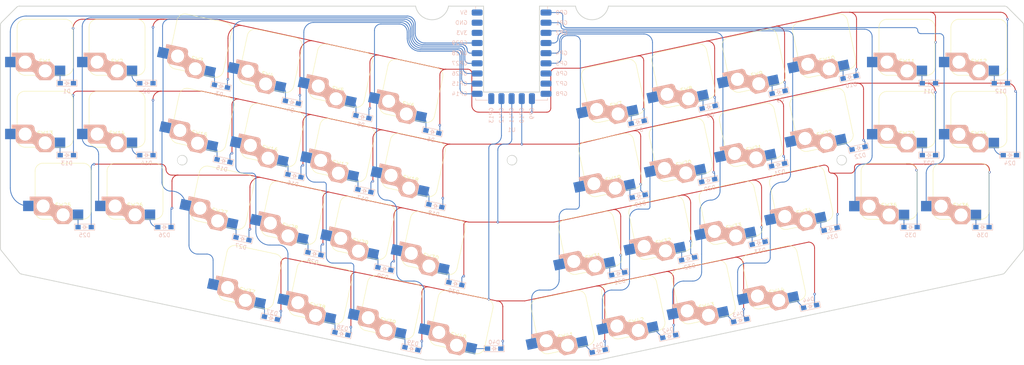
<source format=kicad_pcb>
(kicad_pcb (version 20240108) (generator "pcbnew") (generator_version "8.0")
  (layers (0 "F.Cu" signal) (31 "B.Cu" signal) (34 "B.Paste" user) (35 "F.Paste" user) (36 "B.SilkS" user "B.Silkscreen") (37 "F.SilkS" user "F.Silkscreen") (38 "B.Mask" user) (39 "F.Mask" user) (44 "Edge.Cuts" user))
  (net 0 "")
  (net 1 "Net-(D1-A)")
  (net 2 "Net-(D2-A)")
  (net 3 "Net-(D3-A)")
  (net 4 "Net-(D4-A)")
  (net 5 "Net-(D5-A)")
  (net 6 "Net-(D6-A)")
  (net 7 "Net-(D7-A)")
  (net 8 "Net-(D8-A)")
  (net 9 "Net-(D9-A)")
  (net 10 "Net-(D10-A)")
  (net 11 "Net-(D11-A)")
  (net 12 "Net-(D12-A)")
  (net 13 "Net-(D13-A)")
  (net 14 "Net-(D14-A)")
  (net 15 "Net-(D15-A)")
  (net 16 "Net-(D16-A)")
  (net 17 "Net-(D17-A)")
  (net 18 "Net-(D18-A)")
  (net 19 "Net-(D19-A)")
  (net 20 "Net-(D20-A)")
  (net 21 "Net-(D21-A)")
  (net 22 "Net-(D22-A)")
  (net 23 "Net-(D23-A)")
  (net 24 "Net-(D24-A)")
  (net 25 "Net-(D25-A)")
  (net 26 "Net-(D26-A)")
  (net 27 "Net-(D27-A)")
  (net 28 "Net-(D28-A)")
  (net 29 "Net-(D29-A)")
  (net 30 "Net-(D30-A)")
  (net 31 "Net-(D31-A)")
  (net 32 "Net-(D32-A)")
  (net 33 "Net-(D33-A)")
  (net 34 "Net-(D34-A)")
  (net 35 "Net-(D35-A)")
  (net 36 "Net-(D36-A)")
  (net 37 "Net-(D37-A)")
  (net 38 "Net-(D38-A)")
  (net 39 "Net-(D39-A)")
  (net 40 "Net-(D40-A)")
  (net 41 "Net-(D41-A)")
  (net 42 "Net-(D42-A)")
  (net 43 "Net-(D43-A)")
  (net 44 "Net-(D44-A)")
  (net 45 "/col0")
  (net 46 "/col1")
  (net 47 "/col2")
  (net 48 "/col3")
  (net 49 "/col4")
  (net 50 "/col5")
  (net 51 "/col6")
  (net 52 "/col7")
  (net 53 "/col8")
  (net 54 "/col9")
  (net 55 "/col10")
  (net 56 "/col11")
  (net 57 "/row0")
  (net 58 "/row1")
  (net 59 "/row2")
  (net 60 "/row3")
  (net 62 "GND")
  (net 64 "VDC")
  (net 65 "+3.3V")
  (footprint "kamo3_footprint:SW_ChocV1_Hotswap_1.0u" (layer "F.Cu") (at 63.9 45.3 -12)
    (property "Reference" "SW3")
    (property "Value" "SW_PUSH" (hide yes))
  )
  (footprint "kamo3_footprint:SW_ChocV1_Hotswap_1.0u" (layer "F.Cu") (at 76.420369 103.204966 -12)
    (property "Reference" "SW37")
    (property "Value" "SW_PUSH" (hide yes))
  )
  (footprint "MountingHole:MountingHole_2.2mm_M2" (layer "F.Cu") (at 59.35 73.95)
    (property "Reference" "REF**" (hide yes))
    (property "Value" "MountingHole_2.2mm_M2")
  )
  (footprint "kamo3_footprint:SW_ChocV1_Hotswap_1.0u" (layer "F.Cu") (at 129.25 114.45 -12)
    (property "Reference" "SW40")
    (property "Value" "SW_PUSH" (hide yes))
  )
  (footprint "kamo3_footprint:SW_ChocV1_Hotswap_1.0u" (layer "F.Cu") (at 254.225 81.743731)
    (property "Reference" "SW36")
    (property "Value" "SW_PUSH" (hide yes))
  )
  (footprint "kamo3_footprint:SW_ChocV1_Hotswap_1.0u" (layer "F.Cu") (at 258.7 63.75)
    (property "Reference" "SW24")
    (property "Value" "SW_PUSH" (hide yes))
  )
  (footprint "kamo3_footprint:SW_ChocV1_Hotswap_1.0u" (layer "F.Cu") (at 220 45.3 12)
    (property "Reference" "SW10")
    (property "Value" "SW_PUSH" (hide yes))
  )
  (footprint "kamo3_footprint:SW_ChocV1_Hotswap_1.0u" (layer "F.Cu") (at 214.25 83.35 12)
    (property "Reference" "SW34")
    (property "Value" "SW_PUSH" (hide yes))
  )
  (footprint "kamo3_footprint:SW_ChocV1_Hotswap_1.0u" (layer "F.Cu") (at 99.1 52.8 -12)
    (property "Reference" "SW5")
    (property "Value" "SW_PUSH" (hide yes))
  )
  (footprint "MountingHole:MountingHole_2.2mm_M2" (layer "F.Cu") (at 141.85 73.95)
    (property "Reference" "REF**" (hide yes))
    (property "Value" "MountingHole_2.2mm_M2")
  )
  (footprint "kamo3_footprint:SW_ChocV1_Hotswap_1.0u" (layer "F.Cu") (at 64.470369 63.904966 -12)
    (property "Reference" "SW15")
    (property "Value" "SW_PUSH" (hide yes))
  )
  (footprint "kamo3_footprint:SW_ChocV1_Hotswap_1.0u" (layer "F.Cu") (at 167.2 56.6 12)
    (property "Reference" "SW7")
    (property "Value" "SW_PUSH" (hide yes))
  )
  (footprint "kamo3_footprint:SW_ChocV1_Hotswap_1.0u" (layer "F.Cu") (at 99.7 71.4 -12)
    (property "Reference" "SW17")
    (property "Value" "SW_PUSH" (hide yes))
  )
  (footprint "kamo3_footprint:SW_ChocV1_Hotswap_1.0u" (layer "F.Cu") (at 202.4 49.05 12)
    (property "Reference" "SW9")
    (property "Value" "SW_PUSH" (hide yes))
  )
  (footprint "kamo3_footprint:SW_ChocV1_Hotswap_1.0u" (layer "F.Cu") (at 81.5 49.1 -12)
    (property "Reference" "SW4")
    (property "Value" "SW_PUSH" (hide yes))
  )
  (footprint "kamo3_footprint:SW_ChocV1_Hotswap_1.0u" (layer "F.Cu") (at 87.1 87.1 -12)
    (property "Reference" "SW28")
    (property "Value" "SW_PUSH" (hide yes))
  )
  (footprint "kamo3_footprint:SW_ChocV1_Hotswap_1.0u" (layer "F.Cu") (at 82.1 67.65 -12)
    (property "Reference" "SW16")
    (property "Value" "SW_PUSH" (hide yes))
  )
  (footprint "kamo3_footprint:SW_ChocV1_Hotswap_1.0u" (layer "F.Cu") (at 196.65 87.1 12)
    (property "Reference" "SW33")
    (property "Value" "SW_PUSH" (hide yes))
  )
  (footprint "kamo3_footprint:SW_ChocV1_Hotswap_1.0u" (layer "F.Cu") (at 25.1 45.7)
    (property "Reference" "SW1")
    (property "Value" "SW_PUSH" (hide yes))
  )
  (footprint "kamo3_footprint:SW_ChocV1_Hotswap_1.0u" (layer "F.Cu") (at 104.720369 90.904966 -12)
    (property "Reference" "SW29")
    (property "Value" "SW_PUSH" (hide yes))
  )
  (footprint "kamo3_footprint:SW_ChocV1_Hotswap_1.0u" (layer "F.Cu") (at 43.1 63.7)
    (property "Reference" "SW14")
    (property "Value" "SW_PUSH" (hide yes))
  )
  (footprint "kamo3_footprint:SW_ChocV1_Hotswap_1.0u" (layer "F.Cu") (at 258.7 45.7)
    (property "Reference" "SW12")
    (property "Value" "SW_PUSH" (hide yes))
  )
  (footprint "kamo3_footprint:SW_ChocV1_Hotswap_1.0u" (layer "F.Cu") (at 25.1 63.7)
    (property "Reference" "SW13")
    (property "Value" "SW_PUSH" (hide yes))
  )
  (footprint "kamo3_footprint:SW_ChocV1_Hotswap_1.0u" (layer "F.Cu") (at 236.225 81.743731)
    (property "Reference" "SW35")
    (property "Value" "SW_PUSH" (hide yes))
  )
  (footprint "kamo3_footprint:SW_ChocV1_Hotswap_1.0u" (layer "F.Cu") (at 219.320188 63.843514 12)
    (property "Reference" "SW22")
    (property "Value" "SW_PUSH" (hide yes))
  )
  (footprint "kamo3_footprint:SW_ChocV1_Hotswap_1.0u" (layer "F.Cu") (at 184.8 52.8 12)
    (property "Reference" "SW8")
    (property "Value" "SW_PUSH" (hide yes))
  )
  (footprint "kamo3_footprint:SW_ChocV1_Hotswap_1.0u" (layer "F.Cu") (at 179.05 90.85 12)
    (property "Reference" "SW32")
    (property "Value" "SW_PUSH" (hide yes))
  )
  (footprint "kamo3_footprint:SW_ChocV1_Hotswap_1.0u" (layer "F.Cu") (at 47.6 81.7)
    (property "Reference" "SW26")
    (property "Value" "SW_PUSH" (hide yes))
  )
  (footprint "kamo3_footprint:SW_ChocV1_Hotswap_1.0u" (layer "F.Cu") (at 122.35 94.65 -12)
    (property "Reference" "SW30")
    (property "Value" "SW_PUSH" (hide yes))
  )
  (footprint "kamo3_footprint:SW_ChocV1_Hotswap_1.0u" (layer "F.Cu") (at 161.451096 94.607183 12)
    (property "Reference" "SW31")
    (property "Value" "SW_PUSH" (hide yes))
  )
  (footprint "kamo3_footprint:SW_ChocV1_Hotswap_1.0u" (layer "F.Cu") (at 172.25 110.75 12)
    (property "Reference" "SW42")
    (property "Value" "SW_PUSH" (hide yes))
  )
  (footprint "kamo3_footprint:SW_ChocV1_Hotswap_1.0u" (layer "F.Cu") (at 189.830007 106.977019 12)
    (property "Reference" "SW43")
    (property "Value" "SW_PUSH" (hide yes))
  )
  (footprint "kamo3_footprint:SW_ChocV1_Hotswap_1.0u" (layer "F.Cu") (at 154.579812 114.456486 12)
    (property "Reference" "SW41")
    (property "Value" "SW_PUSH" (hide yes))
  )
  (footprint "kamo3_footprint:SW_ChocV1_Hotswap_1.0u" (layer "F.Cu") (at 111.6 110.75 -12)
    (property "Reference" "SW39")
    (property "Value" "SW_PUSH" (hide yes))
  )
  (footprint "kamo3_footprint:SW_ChocV1_Hotswap_1.0u" (layer "F.Cu") (at 166.5 75.15 12)
    (property "Reference" "SW19")
    (property "Value" "SW_PUSH" (hide yes))
  )
  (footprint "kamo3_footprint:SW_ChocV1_Hotswap_1.0u" (layer "F.Cu") (at 240.7 45.7)
    (property "Reference" "SW11")
    (property "Value" "SW_PUSH" (hide yes))
  )
  (footprint "kamo3_footprint:SW_ChocV1_Hotswap_1.0u" (layer "F.Cu") (at 201.7 67.6 12)
    (property "Reference" "SW21")
    (property "Value" "SW_PUSH" (hide yes))
  )
  (footprint "kamo3_footprint:SW_ChocV1_Hotswap_1.0u" (layer "F.Cu") (at 117.3 75.15 -12)
    (property "Reference" "SW18")
    (property "Value" "SW_PUSH" (hide yes))
  )
  (footprint "kamo3_footprint:SW_ChocV1_Hotswap_1.0u" (layer "F.Cu") (at 69.5 83.35 -12)
    (property "Reference" "SW27")
    (property "Value" "SW_PUSH" (hide yes))
  )
  (footprint "kamo3_footprint:SW_ChocV1_Hotswap_1.0u" (layer "F.Cu") (at 207.4 103.25 12)
    (property "Reference" "SW44")
    (property "Value" "SW_PUSH" (hide yes))
  )
  (footprint "kamo3_footprint:SW_ChocV1_Hotswap_1.0u" (layer "F.Cu") (at 184.15 71.35 12)
    (property "Reference" "SW20")
    (property "Value" "SW_PUSH" (hide yes))
  )
  (footprint "kamo3_footprint:SW_ChocV1_Hotswap_1.0u" (layer "F.Cu") (at 43.1 45.7)
    (property "Reference" "SW2")
    (property "Value" "SW_PUSH" (hide yes))
  )
  (footprint "kamo3_footprint:SW_ChocV1_Hotswap_1.0u" (layer "F.Cu") (at 240.7 63.75)
    (property "Reference" "SW23")
    (property "Value" "SW_PUSH" (hide yes))
  )
  (footprint "kamo3_footprint:SW_ChocV1_Hotswap_1.0u" (layer "F.Cu") (at 94 107 -12)
    (property "Reference" "SW38")
    (property "Value" "SW_PUSH" (hide yes))
  )
  (footprint "kamo3_footprint:SW_ChocV1_Hotswap_1.0u" (layer "F.Cu") (at 116.7 56.6 -12)
    (property "Reference" "SW6")
    (property "Value" "SW_PUSH" (hide yes))
  )
  (footprint "kamo3_footprint:SW_ChocV1_Hotswap_1.0u" (layer "F.Cu") (at 29.6 81.7)
    (property "Reference" "SW25")
    (property "Value" "SW_PUSH" (hide yes))
  )
  (footprint "MountingHole:MountingHole_2.2mm_M2" (layer "F.Cu") (at 224.35 73.95)
    (property "Reference" "REF**" (hide yes))
    (property "Value" "MountingHole_2.2mm_M2")
  )
  (footprint "kamo3_footprint:Diode_SOD123" (layer "B.Cu") (at 226.35 53.2 -168)
    (property "Reference" "D10")
    (property "Value" "D" (hide yes))
  )
  (footprint "kamo3_footprint:Diode_SOD123" (layer "B.Cu") (at 87.486056 77.856946 168)
    (property "Reference" "D16")
    (property "Value" "D" (hide yes))
  )
  (footprint "kamo3_footprint:Diode_SOD123" (layer "B.Cu") (at 122.736056 85.356946 168)
    (property "Reference" "D18")
    (property "Value" "D" (hide yes))
  )
  (footprint "kamo3_footprint:Diode_SOD123" (layer "B.Cu") (at 74.486056 93.606946 168)
    (property "Reference" "D27")
    (property "Value" "D" (hide yes))
  )
  (footprint "kamo3_footprint:Diode_SOD123" (layer "B.Cu") (at 203.6 94.7 -168)
    (property "Reference" "D33")
    (property "Value" "D" (hide yes))
  )
  (footprint "kamo3_footprint:Diode_SOD123" (layer "B.Cu") (at 127.736056 104.856946 168)
    (property "Reference" "D30")
    (property "Value" "D" (hide yes))
  )
  (footprint "kamo3_footprint:Diode_SOD123" (layer "B.Cu") (at 35 90.7 180)
    (property "Reference" "D25")
    (property "Value" "D" (hide yes))
  )
  (footprint "kamo3_footprint:Diode_SOD123" (layer "B.Cu") (at 246.2 72.7 180)
    (property "Reference" "D23")
    (property "Value" "D" (hide yes))
  )
  (footprint "kamo3_footprint:Diode_SOD123" (layer "B.Cu") (at 168.463944 102.356946 -168)
    (property "Reference" "D31")
    (property "Value" "D" (hide yes))
  )
  (footprint "kamo3_footprint:Diode_SOD123" (layer "B.Cu") (at 81.6 113.45 168)
    (property "Reference" "D37")
    (property "Value" "D" (hide yes))
  )
  (footprint "kamo3_footprint:Diode_SOD123" (layer "B.Cu") (at 198.986056 114.043054 -168)
    (property "Reference" "D43")
    (property "Value" "D" (hide yes))
  )
  (footprint "kamo3_footprint:Diode_SOD123" (layer "B.Cu") (at 86.85 59.45 168)
    (property "Reference" "D4")
    (property "Value" "D" (hide yes))
  )
  (footprint "kamo3_footprint:Diode_SOD123" (layer "B.Cu") (at 109.986056 101.106946 168)
    (property "Reference" "D29")
    (property "Value" "D" (hide yes))
  )
  (footprint "kamo3_footprint:Diode_SOD123" (layer "B.Cu") (at 221.6 91.2 -168)
    (property "Reference" "D34")
    (property "Value" "D" (hide yes))
  )
  (footprint "kamo3_footprint:RP2040-ZERO_SMD" (layer "B.Cu") (at 141.8 47.184 180)
    (property "Reference" "U1")
    (property "Value" "RP2040_ZERO")
  )
  (footprint "kamo3_footprint:Diode_SOD123" (layer "B.Cu") (at 50.45 72.7 180)
    (property "Reference" "D14")
    (property "Value" "D" (hide yes))
  )
  (footprint "kamo3_footprint:Diode_SOD123" (layer "B.Cu") (at 69.1 55.45 168)
    (property "Reference" "D3")
    (property "Value" "D" (hide yes))
  )
  (footprint "kamo3_footprint:Diode_SOD123" (layer "B.Cu") (at 173.6 82.95 -168)
    (property "Reference" "D19")
    (property "Value" "D" (hide yes))
  )
  (footprint "kamo3_footprint:Diode_SOD123" (layer "B.Cu") (at 50.45 54.7 180)
    (property "Reference" "D2")
    (property "Value" "D" (hide yes))
  )
  (footprint "kamo3_footprint:Diode_SOD123" (layer "B.Cu") (at 181.236056 118.043054 -168)
    (property "Reference" "D42")
    (property "Value" "D" (hide yes))
  )
  (footprint "kamo3_footprint:Diode_SOD123" (layer "B.Cu") (at 69.736056 74.106946 168)
    (property "Reference" "D15")
    (property "Value" "D" (hide yes))
  )
  (footprint "kamo3_footprint:Diode_SOD123" (layer "B.Cu") (at 185.963944 98.606946 -168)
    (property "Reference" "D32")
    (property "Value" "D" (hide yes))
  )
  (footprint "kamo3_footprint:Diode_SOD123" (layer "B.Cu") (at 163.6 121.7 -168)
    (property "Reference" "D41")
    (property "Value" "D" (hide yes))
  )
  (footprint "kamo3_footprint:Diode_SOD123" (layer "B.Cu") (at 264.2 54.7 180)
    (property "Reference" "D12")
    (property "Value" "D" (hide yes))
  )
  (footprint "kamo3_footprint:Diode_SOD123" (layer "B.Cu") (at 30.55 72.7 180)
    (property "Reference" "D13")
    (property "Value" "D" (hide yes))
  )
  (footprint "kamo3_footprint:Diode_SOD123" (layer "B.Cu") (at 190.986056 79.043054 -168)
    (property "Reference" "D20")
    (property "Value" "D" (hide yes))
  )
  (footprint "kamo3_footprint:Diode_SOD123" (layer "B.Cu") (at 99.236056 117.356946 168)
    (property "Reference" "D38")
    (property "Value" "D" (hide yes))
  )
  (footprint "kamo3_footprint:Diode_SOD123" (layer "B.Cu") (at 121.986056 66.856946 168)
    (property "Reference" "D6")
    (property "Value" "D" (hide yes))
  )
  (footprint "kamo3_footprint:Diode_SOD123" (layer "B.Cu") (at 92.486056 97.356946 168)
    (property "Reference" "D28")
    (property "Value" "D" (hide yes))
  )
  (footprint "kamo3_footprint:Diode_SOD123" (layer "B.Cu") (at 137.45 121.1 180)
    (property "Reference" "D40")
    (property "Value" "D" (hide yes))
  )
  (footprint "kamo3_footprint:Diode_SOD123" (layer "B.Cu") (at 246.2 54.7 180)
    (property "Reference" "D11")
    (property "Value" "D" (hide yes))
  )
  (footprint "kamo3_footprint:Diode_SOD123" (layer "B.Cu") (at 104.486056 63.106946 168)
    (property "Reference" "D5")
    (property "Value" "D" (hide yes))
  )
  (footprint "kamo3_footprint:Diode_SOD123" (layer "B.Cu") (at 116.736056 121.106946 168)
    (property "Reference" "D39")
    (property "Value" "D" (hide yes))
  )
  (footprint "kamo3_footprint:Diode_SOD123" (layer "B.Cu") (at 216.486056 110.543054 -168)
    (property "Reference" "D44")
    (property "Value" "D" (hide yes))
  )
  (footprint "kamo3_footprint:Diode_SOD123" (layer "B.Cu") (at 104.986056 81.606946 168)
    (property "Reference" "D17")
    (property "Value" "D" (hide yes))
  )
  (footprint "kamo3_footprint:Diode_SOD123" (layer "B.Cu") (at 54.95 90.7 180)
    (property "Reference" "D26")
    (property "Value" "D" (hide yes))
  )
  (footprint "kamo3_footprint:Diode_SOD123" (layer "B.Cu") (at 30.55 54.7 180)
    (property "Reference" "D1")
    (property "Value" "D" (hide yes))
  )
  (footprint "kamo3_footprint:Diode_SOD123" (layer "B.Cu") (at 173.35 64.45 -168)
    (property "Reference" "D7")
    (property "Value" "D" (hide yes))
  )
  (footprint "kamo3_footprint:Diode_SOD123" (layer "B.Cu") (at 259.6 90.7 180)
    (property "Reference" "D36")
    (property "Value" "D" (hide yes))
  )
  (footprint "kamo3_footprint:Diode_SOD123" (layer "B.Cu") (at 266.45 72.7 180)
    (property "Reference" "D24")
    (property "Value" "D" (hide yes))
  )
  (footprint "kamo3_footprint:Diode_SOD123" (layer "B.Cu") (at 208.6 56.95 -168)
    (property "Reference" "D9")
    (property "Value" "D" (hide yes))
  )
  (footprint "kamo3_footprint:Diode_SOD123" (layer "B.Cu") (at 208.463944 75.106946 -168)
    (property "Reference" "D21")
    (property "Value" "D" (hide yes))
  )
  (footprint "kamo3_footprint:Diode_SOD123" (layer "B.Cu") (at 191.1 60.7 -168)
    (property "Reference" "D8")
    (property "Value" "D" (hide yes))
  )
  (footprint "kamo3_footprint:Diode_SOD123" (layer "B.Cu") (at 241.6 90.7 180)
    (property "Reference" "D35")
    (property "Value" "D" (hide yes))
  )
  (footprint "kamo3_footprint:Diode_SOD123" (layer "B.Cu") (at 228.6 70.95 -168)
    (property "Reference" "D22")
    (property "Value" "D" (hide yes))
  )
  (gr_arc (start 269.594051 39.463351) (mid 269.81988 39.796716) (end 269.896 40.1794) (stroke (width 0.2)) (layer "Edge.Cuts"))
  (gr_circle (center 224.396 73.9502) (end 225.596 73.9502) (stroke (width 0.2)) (fill none) (layer "Edge.Cuts"))
  (gr_arc (start 269.896 95.9502) (mid 269.838642 96.284007) (end 269.663121 96.591701) (stroke (width 0.2)) (layer "Edge.Cuts"))
  (gr_line (start 264.621 102.464) (end 163.607413 123.934313) (stroke (width 0.2)) (layer "Edge.Cuts"))
  (gr_arc (start 120.47 123.953) (mid 120.365471 123.947522) (end 120.246657 123.927739) (stroke (width 0.2)) (layer "Edge.Cuts"))
  (gr_line (start 18.615422 102.084232) (end 16.3878 99.3332) (stroke (width 0.2)) (layer "Edge.Cuts"))
  (gr_circle (center 59.4238 73.9502) (end 60.6238 73.9502) (stroke (width 0.2)) (fill none) (layer "Edge.Cuts"))
  (gr_line (start 16.3878 99.3332) (end 14.140519 96.557966) (stroke (width 0.2)) (layer "Edge.Cuts"))
  (gr_line (start 17.967284 35.721716) (end 16.0937 37.5953) (stroke (width 0.2)) (layer "Edge.Cuts"))
  (gr_line (start 148.787 35.4255) (end 157.786898 35.4255) (stroke (width 0.2)) (layer "Edge.Cuts"))
  (gr_line (start 269.896 40.1794) (end 269.896 95.9502) (stroke (width 0.2)) (layer "Edge.Cuts"))
  (gr_line (start 134.787 56.9255) (end 148.787 56.9255) (stroke (width 0.2)) (layer "Edge.Cuts"))
  (gr_arc (start 265.190063 102.114421) (mid 264.935499 102.33764) (end 264.620912 102.463148) (stroke (width 0.2)) (layer "Edge.Cuts"))
  (gr_line (start 166.033104 35.4255) (end 265.142 35.4255) (stroke (width 0.2)) (layer "Edge.Cuts"))
  (gr_line (start 16.0937 37.5953) (end 14.213538 39.475462) (stroke (width 0.2)) (layer "Edge.Cuts"))
  (gr_arc (start 166.033104 35.4255) (mid 161.910015 38.8255) (end 157.786898 35.4255) (stroke (width 0.2)) (layer "Edge.Cuts"))
  (gr_line (start 163.415 123.953) (end 120.47 123.953) (stroke (width 0.2)) (layer "Edge.Cuts"))
  (gr_line (start 269.663121 96.591701) (end 267.432 99.3471) (stroke (width 0.2)) (layer "Edge.Cuts"))
  (gr_arc (start 17.967284 35.721716) (mid 18.295016 35.50162) (end 18.6777 35.4255) (stroke (width 0.2)) (layer "Edge.Cuts"))
  (gr_line (start 267.432 99.3471) (end 265.190308 102.11462) (stroke (width 0.2)) (layer "Edge.Cuts"))
  (gr_arc (start 265.142 35.4255) (mid 265.524683 35.50162) (end 265.840031 35.709432) (stroke (width 0.2)) (layer "Edge.Cuts"))
  (gr_arc (start 126.033104 35.4255) (mid 121.910015 38.8255) (end 117.786898 35.4255) (stroke (width 0.2)) (layer "Edge.Cuts"))
  (gr_line (start 120.246657 123.927739) (end 19.181512 102.446454) (stroke (width 0.2)) (layer "Edge.Cuts"))
  (gr_arc (start 13.9238 40.1794) (mid 13.99992 39.796717) (end 14.213538 39.475462) (stroke (width 0.2)) (layer "Edge.Cuts"))
  (gr_line (start 269.594051 39.463351) (end 267.726 37.5953) (stroke (width 0.2)) (layer "Edge.Cuts"))
  (gr_line (start 134.787 35.4255) (end 134.787 56.9255) (stroke (width 0.2)) (layer "Edge.Cuts"))
  (gr_arc (start 163.607413 123.934313) (mid 163.519529 123.947522) (end 163.415 123.953) (stroke (width 0.2)) (layer "Edge.Cuts"))
  (gr_line (start 18.6777 35.4255) (end 117.786898 35.4255) (stroke (width 0.2)) (layer "Edge.Cuts"))
  (gr_circle (center 141.91 73.9502) (end 143.11 73.9502) (stroke (width 0.2)) (fill none) (layer "Edge.Cuts"))
  (gr_arc (start 19.181512 102.446454) (mid 18.883601 102.32464) (end 18.615422 102.084232) (stroke (width 0.2)) (layer "Edge.Cuts"))
  (gr_line (start 148.787 56.9255) (end 148.787 35.4255) (stroke (width 0.2)) (layer "Edge.Cuts"))
  (gr_line (start 13.9238 95.9363) (end 13.9238 40.1794) (stroke (width 0.2)) (layer "Edge.Cuts"))
  (gr_line (start 126.033104 35.4255) (end 134.787 35.4255) (stroke (width 0.2)) (layer "Edge.Cuts"))
  (gr_line (start 267.726 37.5953) (end 265.840031 35.709432) (stroke (width 0.2)) (layer "Edge.Cuts"))
  (gr_arc (start 14.140519 96.557966) (mid 13.981159 96.270107) (end 13.923801 95.9363) (stroke (width 0.2)) (layer "Edge.Cuts"))
  (segment (start 28.85 51.6) (end 28.85 54.65) (width 0.2) (layer "B.Cu") (net 1))
  (arc (start 46.85 52.75) (mid 47.421142 54.128858) (end 48.8 54.7) (width 0.2) (layer "B.Cu") (net 2))
  (segment (start 67.486056 55.106945) (end 67.486056 52.99542) (width 0.2) (layer "B.Cu") (net 3))
  (arc (start 67.486056 52.99542) (mid 67.150787 52.186009) (end 66.341376 51.85074) (width 0.2) (layer "B.Cu") (net 3))
  (segment (start 85.236056 59.106946) (end 85.236056 56.94542) (width 0.2) (layer "B.Cu") (net 4))
  (arc (start 85.236056 56.94542) (mid 84.856853 56.029943) (end 83.941376 55.65074) (width 0.2) (layer "B.Cu") (net 4))
  (segment (start 102.872112 62.763892) (end 102.872112 60.681476) (width 0.2) (layer "B.Cu") (net 5))
  (arc (start 102.872112 60.681476) (mid 102.482348 59.740504) (end 101.541376 59.35074) (width 0.2) (layer "B.Cu") (net 5))
  (segment (start 120.372112 64.381476) (end 120.372112 66.513892) (width 0.2) (layer "B.Cu") (net 6))
  (arc (start 119.141376 63.15074) (mid 120.011638 63.511214) (end 120.372112 64.381476) (width 0.2) (layer "B.Cu") (net 6))
  (segment (start 171.736056 64.793054) (end 171.736056 61.950078) (width 0.2) (layer "B.Cu") (net 7))
  (segment (start 189.694732 57.791402) (end 189.694732 60.834378) (width 0.2) (layer "B.Cu") (net 8))
  (segment (start 206.986056 57.293054) (end 206.986056 54.350078) (width 0.2) (layer "B.Cu") (net 9))
  (segment (start 224.736056 53.543054) (end 224.736056 50.450078) (width 0.2) (layer "B.Cu") (net 10))
  (segment (start 244.45 51.6) (end 244.45 54.6) (width 0.2) (layer "B.Cu") (net 11))
  (segment (start 262.55 54.7) (end 262.55 51.7) (width 0.2) (layer "B.Cu") (net 12))
  (segment (start 28.85 69.6) (end 28.85 72.65) (width 0.2) (layer "B.Cu") (net 13))
  (arc (start 48.8 72.7) (mid 47.421142 72.128858) (end 46.85 70.75) (width 0.2) (layer "B.Cu") (net 14))
  (segment (start 68.122112 73.763892) (end 68.122112 71.666073) (width 0.2) (layer "B.Cu") (net 15))
  (arc (start 68.122112 71.666073) (mid 67.767604 70.810214) (end 66.911745 70.455706) (width 0.2) (layer "B.Cu") (net 15))
  (segment (start 85.872112 77.513892) (end 85.872112 75.531476) (width 0.2) (layer "B.Cu") (net 16))
  (arc (start 85.872112 75.531476) (mid 85.482348 74.590504) (end 84.541376 74.20074) (width 0.2) (layer "B.Cu") (net 16))
  (segment (start 103.372112 81.263892) (end 103.372112 79.181476) (width 0.2) (layer "B.Cu") (net 17))
  (arc (start 103.372112 79.181476) (mid 103.011638 78.311214) (end 102.141376 77.95074) (width 0.2) (layer "B.Cu") (net 17))
  (segment (start 121.122112 85.013892) (end 121.122112 83.081476) (width 0.2) (layer "B.Cu") (net 18))
  (arc (start 121.122112 83.081476) (mid 120.717704 82.105148) (end 119.741376 81.70074) (width 0.2) (layer "B.Cu") (net 18))
  (segment (start 171.986056 83.293054) (end 171.394732 82.70173) (width 0.2) (layer "B.Cu") (net 19))
  (segment (start 171.394732 82.70173) (end 171.394732 80.141402) (width 0.2) (layer "B.Cu") (net 19))
  (segment (start 189.372112 79.386108) (end 189.372112 76.668782) (width 0.2) (layer "B.Cu") (net 20))
  (arc (start 189.372112 76.668782) (mid 189.276225 76.437289) (end 189.044732 76.341402) (width 0.2) (layer "B.Cu") (net 20))
  (segment (start 206.85 75.45) (end 206.85 72.84667) (width 0.2) (layer "B.Cu") (net 21))
  (segment (start 226.986056 71.293054) (end 224.527918 68.834916) (width 0.2) (layer "B.Cu") (net 22))
  (segment (start 244.55 69.75) (end 244.55 72.7) (width 0.2) (layer "B.Cu") (net 23))
  (arc (start 262.45 70.35) (mid 263.138299 72.011701) (end 264.8 72.7) (width 0.2) (layer "B.Cu") (net 24))
  (segment (start 33.35 90.7) (end 33.35 87.6) (width 0.2) (layer "B.Cu") (net 25))
  (arc (start 51.35 88.75) (mid 51.921142 90.128858) (end 53.3 90.7) (width 0.2) (layer "B.Cu") (net 26))
  (segment (start 72.872112 93.263892) (end 72.872112 90.831476) (width 0.2) (layer "B.Cu") (net 27))
  (segment (start 90.872112 97.013892) (end 90.872112 94.981476) (width 0.2) (layer "B.Cu") (net 28))
  (arc (start 90.872112 94.981476) (mid 90.482348 94.040504) (end 89.541376 93.65074) (width 0.2) (layer "B.Cu") (net 28))
  (segment (start 108.372112 100.763892) (end 108.372112 98.666073) (width 0.2) (layer "B.Cu") (net 29))
  (arc (start 108.372112 98.666073) (mid 108.017604 97.810214) (end 107.161745 97.455706) (width 0.2) (layer "B.Cu") (net 29))
  (segment (start 126.122112 104.513892) (end 126.122112 102.531476) (width 0.2) (layer "B.Cu") (net 30))
  (arc (start 126.122112 102.531476) (mid 125.732348 101.590504) (end 124.791376 101.20074) (width 0.2) (layer "B.Cu") (net 30))
  (segment (start 166.345828 102.195828) (end 166.345828 99.598585) (width 0.2) (layer "B.Cu") (net 31))
  (segment (start 166.85 102.7) (end 166.345828 102.195828) (width 0.2) (layer "B.Cu") (net 31))
  (segment (start 184.35 98.95) (end 184.35 96.24667) (width 0.2) (layer "B.Cu") (net 32))
  (segment (start 201.986056 95.043054) (end 201.986056 92.532726) (width 0.2) (layer "B.Cu") (net 33))
  (segment (start 219.986056 91.543054) (end 219.144732 90.70173) (width 0.2) (layer "B.Cu") (net 34))
  (segment (start 219.144732 90.70173) (end 219.144732 88.341402) (width 0.2) (layer "B.Cu") (net 34))
  (segment (start 239.95 90.7) (end 239.95 87.668731) (width 0.2) (layer "B.Cu") (net 35))
  (segment (start 257.95 90.7) (end 257.95 87.668731) (width 0.2) (layer "B.Cu") (net 36))
  (segment (start 79.986056 113.106946) (end 79.986056 110.880017) (width 0.2) (layer "B.Cu") (net 37))
  (arc (start 79.986056 110.880017) (mid 79.656753 110.085009) (end 78.861745 109.755706) (width 0.2) (layer "B.Cu") (net 37))
  (segment (start 97.622112 117.013892) (end 97.622112 114.731476) (width 0.2) (layer "B.Cu") (net 38))
  (arc (start 97.622112 114.731476) (mid 97.276282 113.89657) (end 96.441376 113.55074) (width 0.2) (layer "B.Cu") (net 38))
  (segment (start 115.122112 120.763892) (end 115.122112 118.381476) (width 0.2) (layer "B.Cu") (net 39))
  (arc (start 115.122112 118.381476) (mid 114.805572 117.61728) (end 114.041376 117.30074) (width 0.2) (layer "B.Cu") (net 39))
  (segment (start 135.8 121.1) (end 131.790636 121.1) (width 0.2) (layer "B.Cu") (net 40))
  (segment (start 161.986056 122.043054) (end 159.474544 119.531542) (width 0.2) (layer "B.Cu") (net 41))
  (segment (start 159.474544 119.531542) (end 159.474544 119.447888) (width 0.2) (layer "B.Cu") (net 41))
  (segment (start 179.622112 118.386108) (end 177.144732 115.908728) (width 0.2) (layer "B.Cu") (net 42))
  (segment (start 177.144732 115.908728) (end 177.144732 115.741402) (width 0.2) (layer "B.Cu") (net 42))
  (segment (start 197.372112 114.386108) (end 194.954425 111.968421) (width 0.2) (layer "B.Cu") (net 43))
  (segment (start 194.954425 111.968421) (end 194.724739 111.968421) (width 0.2) (layer "B.Cu") (net 43))
  (segment (start 214.872112 110.886108) (end 212.294732 108.308728) (width 0.2) (layer "B.Cu") (net 44))
  (segment (start 212.294732 108.308728) (end 212.294732 108.241402) (width 0.2) (layer "B.Cu") (net 44))
  (segment (start 16.4 41.9) (end 16.4 49.4) (width 0.2) (layer "B.Cu") (net 45))
  (segment (start 117.7 42.2) (end 117.7 39.9) (width 0.2) (layer "B.Cu") (net 45))
  (segment (start 133.18 44.644) (end 120.144 44.644) (width 0.2) (layer "B.Cu") (net 45))
  (segment (start 20.4 37.9) (end 115.7 37.9) (width 0.2) (layer "B.Cu") (net 45))
  (segment (start 16.4 49.4) (end 16.4 67.4) (width 0.2) (layer "B.Cu") (net 45))
  (segment (start 16.4 80.9) (end 16.4 67.4) (width 0.2) (layer "B.Cu") (net 45))
  (arc (start 20.9 85.4) (mid 17.718019 84.081981) (end 16.4 80.9) (width 0.2) (layer "B.Cu") (net 45))
  (arc (start 20.4 37.9) (mid 17.571573 39.071573) (end 16.4 41.9) (width 0.2) (layer "B.Cu") (net 45))
  (arc (start 120.144 44.644) (mid 118.415831 43.928169) (end 117.7 42.2) (width 0.2) (layer "B.Cu") (net 45))
  (arc (start 117.7 39.9) (mid 117.114214 38.485786) (end 115.7 37.9) (width 0.2) (layer "B.Cu") (net 45))
  (segment (start 130.654879 46.036961) (end 130.571254 45.807204) (width 0.2) (layer "B.Cu") (net 46))
  (segment (start 130.449003 45.595459) (end 130.29184 45.40816) (width 0.2) (layer "B.Cu") (net 46))
  (segment (start 34.4 67.4) (end 34.4 49.4) (width 0.2) (layer "B.Cu") (net 46))
  (segment (start 130.571254 45.807204) (end 130.449003 45.595459) (width 0.2) (layer "B.Cu") (net 46))
  (segment (start 115.4 38.3) (end 36.6 38.3) (width 0.2) (layer "B.Cu") (net 46))
  (segment (start 129.663039 45.045121) (end 129.656681 45.044) (width 0.2) (layer "B.Cu") (net 46))
  (segment (start 38.5 85) (end 38.5 72.5) (width 0.2) (layer "B.Cu") (net 46))
  (segment (start 34.4 40.5) (end 34.4 49.4) (width 0.2) (layer "B.Cu") (net 46))
  (segment (start 129.892796 45.128746) (end 129.663039 45.045121) (width 0.2) (layer "B.Cu") (net 46))
  (segment (start 133.18 47.184) (end 131.484 47.184) (width 0.2) (layer "B.Cu") (net 46))
  (segment (start 130.29184 45.40816) (end 130.104541 45.250997) (width 0.2) (layer "B.Cu") (net 46))
  (segment (start 130.697336 46.277749) (end 130.654879 46.036961) (width 0.2) (layer "B.Cu") (net 46))
  (segment (start 130.104541 45.250997) (end 129.892796 45.128746) (width 0.2) (layer "B.Cu") (net 46))
  (segment (start 117.3 42.6) (end 117.3 40.2) (width 0.2) (layer "B.Cu") (net 46))
  (segment (start 119.744 45.044) (end 129.656681 45.044) (width 0.2) (layer "B.Cu") (net 46))
  (segment (start 130.7 46.4) (end 130.697336 46.277749) (width 0.2) (layer "B.Cu") (net 46))
  (arc (start 36.6 38.3) (mid 35.044365 38.944365) (end 34.4 40.5) (width 0.2) (layer "B.Cu") (net 46))
  (arc (start 36.5 70.5) (mid 35.015076 69.884924) (end 34.4 68.4) (width 0.2) (layer "B.Cu") (net 46))
  (arc (start 131.484 47.184) (mid 130.929628 46.954372) (end 130.7 46.4) (width 0.2) (layer "B.Cu") (net 46))
  (arc (start 38.5 72.5) (mid 37.914214 71.085786) (end 36.5 70.5) (width 0.2) (layer "B.Cu") (net 46))
  (arc (start 119.744 45.044) (mid 118.015831 44.328169) (end 117.3 42.6) (width 0.2) (layer "B.Cu") (net 46))
  (arc (start 117.3 40.2) (mid 116.743503 38.856497) (end 115.4 38.3) (width 0.2) (layer "B.Cu") (net 46))
  (segment (start 61.1 86.039471) (end 61.1 95.2) (width 0.2) (layer "B.Cu") (net 47))
  (segment (start 129.408111 45.510353) (end 129.225806 45.444) (width 0.2) (layer "B.Cu") (net 47))
  (segment (start 129.589606 45.61514) (end 129.408111 45.510353) (width 0.2) (layer "B.Cu") (net 47))
  (segment (start 56.6 81.7) (end 56.760529 81.7) (width 0.2) (layer "B.Cu") (net 47))
  (segment (start 133.18 49.724) (end 131.124 49.724) (width 0.2) (layer "B.Cu") (net 47))
  (segment (start 54.35 66.556492) (end 54.35 79.45) (width 0.2) (layer "B.Cu") (net 47))
  (segment (start 116.9 42.9) (end 116.9 40.6) (width 0.2) (layer "B.Cu") (net 47))
  (segment (start 119.444 45.444) (end 129.225806 45.444) (width 0.2) (layer "B.Cu") (net 47))
  (segment (start 54.5 40.4) (end 54.5 46.989471) (width 0.2) (layer "B.Cu") (net 47))
  (segment (start 56.2 38.7) (end 115 38.7) (width 0.2) (layer "B.Cu") (net 47))
  (segment (start 67.141212 98.991212) (end 67.141212 105.01528) (width 0.2) (layer "B.Cu") (net 47))
  (segment (start 129.750149 45.749851) (end 129.589606 45.61514) (width 0.2) (layer "B.Cu") (net 47))
  (segment (start 130.1 48.7) (end 130.1 46.6) (width 0.2) (layer "B.Cu") (net 47))
  (segment (start 129.989647 46.091889) (end 129.88486 45.910394) (width 0.2) (layer "B.Cu") (net 47))
  (segment (start 129.88486 45.910394) (end 129.750149 45.749851) (width 0.2) (layer "B.Cu") (net 47))
  (segment (start 63.35 97.45) (end 65.6 97.45) (width 0.2) (layer "B.Cu") (net 47))
  (segment (start 130.097717 46.495213) (end 130.061325 46.288824) (width 0.2) (layer "B.Cu") (net 47))
  (segment (start 54.620843 47.110314) (end 54.620843 65.144911) (width 0.2) (layer "B.Cu") (net 47))
  (segment (start 130.1 46.6) (end 130.097717 46.495213) (width 0.2) (layer "B.Cu") (net 47))
  (segment (start 130.061325 46.288824) (end 129.989647 46.091889) (width 0.2) (layer "B.Cu") (net 47))
  (arc (start 60.220843 85.160314) (mid 60.842501 85.417813) (end 61.1 86.039471) (width 0.2) (layer "B.Cu") (net 47))
  (arc (start 131.124 49.724) (mid 130.399923 49.424077) (end 130.1 48.7) (width 0.2) (layer "B.Cu") (net 47))
  (arc (start 55.191212 65.71528) (mid 54.596385 65.961665) (end 54.35 66.556492) (width 0.2) (layer "B.Cu") (net 47))
  (arc (start 116.9 40.6) (mid 116.343503 39.256497) (end 115 38.7) (width 0.2) (layer "B.Cu") (net 47))
  (arc (start 56.2 38.7) (mid 54.997918 39.197918) (end 54.5 40.4) (width 0.2) (layer "B.Cu") (net 47))
  (arc (start 119.444 45.444) (mid 117.64512 44.69888) (end 116.9 42.9) (width 0.2) (layer "B.Cu") (net 47))
  (arc (start 65.6 97.45) (mid 66.689801 97.901411) (end 67.141212 98.991212) (width 0.2) (layer "B.Cu") (net 47))
  (arc (start 56.760529 81.7) (mid 59.20734 82.713503) (end 60.220843 85.160314) (width 0.2) (layer "B.Cu") (net 47))
  (arc (start 61.1 95.2) (mid 61.75901 96.79099) (end 63.35 97.45) (width 0.2) (layer "B.Cu") (net 47))
  (arc (start 54.35 79.45) (mid 55.00901 81.04099) (end 56.6 81.7) (width 0.2) (layer "B.Cu") (net 47))
  (segment (start 77.820843 78.170843) (end 77.820843 88.910314) (width 0.2) (layer "B.Cu") (net 48))
  (segment (start 72.220843 50.910314) (end 72.220843 68.860314) (width 0.2) (layer "B.Cu") (net 48))
  (segment (start 72.820843 69.460314) (end 72.820843 75.420843) (width 0.2) (layer "B.Cu") (net 48))
  (segment (start 119.3 45.9) (end 128.6 45.9) (width 0.2) (layer "B.Cu") (net 48))
  (segment (start 83.6 95.2) (end 81.35 95.2) (width 0.2) (layer "B.Cu") (net 48))
  (segment (start 114.5 39.1) (end 74.6 39.1) (width 0.2) (layer "B.Cu") (net 48))
  (segment (start 85.85 107.681157) (end 85.85 97.45) (width 0.2) (layer "B.Cu") (net 48))
  (segment (start 74.6 77.2) (end 76.85 77.2) (width 0.2) (layer "B.Cu") (net 48))
  (segment (start 129.7 51.1) (end 129.7 47) (width 0.2) (layer "B.Cu") (net 48))
  (segment (start 72.220843 41.479157) (end 72.220843 50.910314) (width 0.2) (layer "B.Cu") (net 48))
  (segment (start 133.18 52.264) (end 130.864 52.264) (width 0.2) (layer "B.Cu") (net 48))
  (segment (start 116.5 43.1) (end 116.5 41.1) (width 0.2) (layer "B.Cu") (net 48))
  (segment (start 77.820843 91.670843) (end 77.820843 88.910314) (width 0.2) (layer "B.Cu") (net 48))
  (arc (start 119.3 45.9) (mid 117.320101 45.079899) (end 116.5 43.1) (width 0.2) (layer "B.Cu") (net 48))
  (arc (start 84.720843 108.810314) (mid 85.519278 108.479592) (end 85.85 107.681157) (width 0.2) (layer "B.Cu") (net 48))
  (arc (start 76.85 77.2) (mid 77.53649 77.484353) (end 77.820843 78.170843) (width 0.2) (layer "B.Cu") (net 48))
  (arc (start 72.820843 75.420843) (mid 73.341946 76.678897) (end 74.6 77.2) (width 0.2) (layer "B.Cu") (net 48))
  (arc (start 116.5 41.1) (mid 115.914214 39.685786) (end 114.5 39.1) (width 0.2) (layer "B.Cu") (net 48))
  (arc (start 74.6 39.1) (mid 72.917682 39.796839) (end 72.220843 41.479157) (width 0.2) (layer "B.Cu") (net 48))
  (arc (start 85.85 97.45) (mid 85.19099 95.85901) (end 83.6 95.2) (width 0.2) (layer "B.Cu") (net 48))
  (arc (start 129.7 47) (mid 129.377817 46.222183) (end 128.6 45.9) (width 0.2) (layer "B.Cu") (net 48))
  (arc (start 81.35 95.2) (mid 78.854509 94.166334) (end 77.820843 91.670843) (width 0.2) (layer "B.Cu") (net 48))
  (arc (start 130.864 52.264) (mid 130.040928 51.923072) (end 129.7 51.1) (width 0.2) (layer "B.Cu") (net 48))
  (segment (start 92.6 79.45) (end 94.85 79.45) (width 0.2) (layer "B.Cu") (net 49))
  (segment (start 128.3 46.3) (end 119 46.3) (width 0.2) (layer "B.Cu") (net 49))
  (segment (start 95.441212 80.041212) (end 95.441212 92.71528) (width 0.2) (layer "B.Cu") (net 49))
  (segment (start 133.18 54.804) (end 130.604 54.804) (width 0.2) (layer "B.Cu") (net 49))
  (segment (start 129.3 53.5) (end 129.3 47.3) (width 0.2) (layer "B.Cu") (net 49))
  (segment (start 90.420843 55.210314) (end 90.420843 73.210314) (width 0.2) (layer "B.Cu") (net 49))
  (segment (start 89.820843 41.979157) (end 89.820843 54.610314) (width 0.2) (layer "B.Cu") (net 49))
  (segment (start 97.1 99.7) (end 101.6 99.7) (width 0.2) (layer "B.Cu") (net 49))
  (segment (start 114 39.5) (end 92.3 39.5) (width 0.2) (layer "B.Cu") (net 49))
  (segment (start 95.441212 92.71528) (end 95.441212 98.041212) (width 0.2) (layer "B.Cu") (net 49))
  (segment (start 116.1 43.4) (end 116.1 41.6) (width 0.2) (layer "B.Cu") (net 49))
  (segment (start 102.320843 100.420843) (end 102.320843 112.560314) (width 0.2) (layer "B.Cu") (net 49))
  (segment (start 90.420843 73.210314) (end 90.420843 77.270843) (width 0.2) (layer "B.Cu") (net 49))
  (arc (start 129.3 47.3) (mid 129.007107 46.592893) (end 128.3 46.3) (width 0.2) (layer "B.Cu") (net 49))
  (arc (start 89.820843 54.610314) (mid 90.245107 54.78605) (end 90.420843 55.210314) (width 0.2) (layer "B.Cu") (net 49))
  (arc (start 130.604 54.804) (mid 129.681933 54.422067) (end 129.3 53.5) (width 0.2) (layer "B.Cu") (net 49))
  (arc (start 95.441212 98.041212) (mid 95.92706 99.214152) (end 97.1 99.7) (width 0.2) (layer "B.Cu") (net 49))
  (arc (start 92.3 39.5) (mid 90.546971 40.226128) (end 89.820843 41.979157) (width 0.2) (layer "B.Cu") (net 49))
  (arc (start 101.6 99.7) (mid 102.109713 99.91113) (end 102.320843 100.420843) (width 0.2) (layer "B.Cu") (net 49))
  (arc (start 119 46.3) (mid 116.94939 45.45061) (end 116.1 43.4) (width 0.2) (layer "B.Cu") (net 49))
  (arc (start 116.1 41.6) (mid 115.484924 40.115076) (end 114 39.5) (width 0.2) (layer "B.Cu") (net 49))
  (arc (start 94.85 79.45) (mid 95.26805 79.623162) (end 95.441212 80.041212) (width 0.2) (layer "B.Cu") (net 49))
  (arc (start 90.420843 77.270843) (mid 91.059103 78.81174) (end 92.6 79.45) (width 0.2) (layer "B.Cu") (net 49))
  (segment (start 113.070843 96.460314) (end 113.070843 102.170843) (width 0.2) (layer "B.Cu") (net 50))
  (segment (start 119.970843 106.820843) (end 119.970843 116.260314) (width 0.2) (layer "B.Cu") (net 50))
  (segment (start 115.7 41.9) (end 115.7 43.5) (width 0.2) (layer "B.Cu") (net 50))
  (segment (start 108.020843 59.010314) (end 108.020843 76.960314) (width 0.2) (layer "B.Cu") (net 50))
  (segment (start 127.6 46.7) (end 118.9 46.7) (width 0.2) (layer "B.Cu") (net 50))
  (segment (start 133.18 57.344) (end 130.244 57.344) (width 0.2) (layer "B.Cu") (net 50))
  (segment (start 108.35 77.289471) (end 108.35 81.7) (width 0.2) (layer "B.Cu") (net 50))
  (segment (start 115.1 104.2) (end 117.35 104.2) (width 0.2) (layer "B.Cu") (net 50))
  (segment (start 128.9 56) (end 128.9 48) (width 0.2) (layer "B.Cu") (net 50))
  (segment (start 109.1 39.9) (end 113.7 39.9) (width 0.2) (layer "B.Cu") (net 50))
  (segment (start 107.5 58.331157) (end 107.5 41.5) (width 0.2) (layer "B.Cu") (net 50))
  (segment (start 113.070843 96.460314) (end 113.070843 86.420843) (width 0.2) (layer "B.Cu") (net 50))
  (arc (start 128.9 48) (mid 128.519239 47.080761) (end 127.6 46.7) (width 0.2) (layer "B.Cu") (net 50))
  (arc (start 107.5 41.5) (mid 107.968629 40.368629) (end 109.1 39.9) (width 0.2) (layer "B.Cu") (net 50))
  (arc (start 113.070843 102.170843) (mid 113.665169 103.605674) (end 115.1 104.2) (width 0.2) (layer "B.Cu") (net 50))
  (arc (start 113.7 39.9) (mid 115.114214 40.485786) (end 115.7 41.9) (width 0.2) (layer "B.Cu") (net 50))
  (arc (start 118.9 46.7) (mid 116.637258 45.762742) (end 115.7 43.5) (width 0.2) (layer "B.Cu") (net 50))
  (arc (start 117.35 104.2) (mid 119.203216 104.967627) (end 119.970843 106.820843) (width 0.2) (layer "B.Cu") (net 50))
  (arc (start 110.6 83.95) (mid 112.34715 84.673693) (end 113.070843 86.420843) (width 0.2) (layer "B.Cu") (net 50))
  (arc (start 108.020843 76.960314) (mid 108.253592 77.056722) (end 108.35 77.289471) (width 0.2) (layer "B.Cu") (net 50))
  (arc (start 108.35 81.7) (mid 109.00901 83.29099) (end 110.6 83.95) (width 0.2) (layer "B.Cu") (net 50))
  (arc (start 130.244 57.344) (mid 129.293648 56.950352) (end 128.9 56) (width 0.2) (layer "B.Cu") (net 50))
  (arc (start 107.420843 58.410314) (mid 107.845107 58.58605) (end 108.020843 59.010314) (width 0.2) (layer "B.Cu") (net 50))
  (segment (start 157.6 42.8) (end 155.7 42.8) (width 0.2) (layer "B.Cu") (net 51))
  (segment (start 153.710485 103.839515) (end 153.710485 100.035161) (width 0.2) (layer "B.Cu") (net 51))
  (segment (start 152.9 49.7) (end 150.444 49.7) (width 0.2) (layer "B.Cu") (net 51))
  (segment (start 159 61.568589) (end 159 44.2) (width 0.2) (layer "B.Cu") (net 51))
  (segment (start 146.839201 119.884464) (end 146.839201 108.460799) (width 0.2) (layer "B.Cu") (net 51))
  (segment (start 153.710485 100.035161) (end 153.710485 88.089515) (width 0.2) (layer "B.Cu") (net 51))
  (segment (start 158.759389 80.577978) (end 158.759389 62.727978) (width 0.2) (layer "B.Cu") (net 51))
  (segment (start 155.6 86.2) (end 157.85 86.2) (width 0.2) (layer "B.Cu") (net 51))
  (segment (start 158.759389 85.290611) (end 158.759389 80.577978) (width 0.2) (layer "B.Cu") (net 51))
  (segment (start 148.85 106.45) (end 151.1 106.45) (width 0.2) (layer "B.Cu") (net 51))
  (segment (start 154.2 44.3) (end 154.2 48.4) (width 0.2) (layer "B.Cu") (net 51))
  (arc (start 155.7 42.8) (mid 154.63934 43.23934) (end 154.2 44.3) (width 0.2) (layer "B.Cu") (net 51))
  (arc (start 153.710485 88.089515) (mid 154.263911 86.753426) (end 155.6 86.2) (width 0.2) (layer "B.Cu") (net 51))
  (arc (start 159 44.2) (mid 158.589949 43.210051) (end 157.6 42.8) (width 0.2) (layer "B.Cu") (net 51))
  (arc (start 151.1 106.45) (mid 152.945892 105.685407) (end 153.710485 103.839515) (width 0.2) (layer "B.Cu") (net 51))
  (arc (start 146.839201 108.460799) (mid 147.42815 107.038949) (end 148.85 106.45) (width 0.2) (layer "B.Cu") (net 51))
  (arc (start 157.85 86.2) (mid 158.493035 85.933646) (end 158.759389 85.290611) (width 0.2) (layer "B.Cu") (net 51))
  (arc (start 154.2 48.4) (mid 153.819239 49.319239) (end 152.9 49.7) (width 0.2) (layer "B.Cu") (net 51))
  (segment (start 177.059389 58.227978) (end 177.059389 44.559389) (width 0.2) (layer "B.Cu") (net 52))
  (segment (start 153.8 46.2) (end 153.8 44.2) (width 0.2) (layer "B.Cu") (net 52))
  (segment (start 164.509389 116.177978) (end 164.509389 108.790611) (width 0.2) (layer "B.Cu") (net 52))
  (segment (start 150.42 47.184) (end 152.816 47.184) (width 0.2) (layer "B.Cu") (net 52))
  (segment (start 176.409389 85.640611) (end 176.409389 76.777978) (width 0.2) (layer "B.Cu") (net 52))
  (segment (start 155.6 42.4) (end 174.9 42.4) (width 0.2) (layer "B.Cu") (net 52))
  (segment (start 173.6 86.2) (end 175.85 86.2) (width 0.2) (layer "B.Cu") (net 52))
  (segment (start 166.85 106.45) (end 169.1 106.45) (width 0.2) (layer "B.Cu") (net 52))
  (segment (start 177.059389 58.227978) (end 177.059389 76.127978) (width 0.2) (layer "B.Cu") (net 52))
  (segment (start 171.309389 96.277978) (end 171.309389 88.490611) (width 0.2) (layer "B.Cu") (net 52))
  (segment (start 171.309389 104.240611) (end 171.309389 96.277978) (width 0.2) (layer "B.Cu") (net 52))
  (arc (start 174.9 42.4) (mid 176.426919 43.03247) (end 177.059389 44.559389) (width 0.2) (layer "B.Cu") (net 52))
  (arc (start 175.85 86.2) (mid 176.245548 86.036159) (end 176.409389 85.640611) (width 0.2) (layer "B.Cu") (net 52))
  (arc (start 171.309389 88.490611) (mid 171.980293 86.870904) (end 173.6 86.2) (width 0.2) (layer "B.Cu") (net 52))
  (arc (start 153.8 44.2) (mid 154.327208 42.927208) (end 155.6 42.4) (width 0.2) (layer "B.Cu") (net 52))
  (arc (start 164.509389 108.790611) (mid 165.194938 107.135549) (end 166.85 106.45) (width 0.2) (layer "B.Cu") (net 52))
  (arc (start 176.409389 76.777978) (mid 176.013841 76.614137) (end 175.85 76.218589) (width 0.2) (layer "B.Cu") (net 52))
  (arc (start 177.059389 76.127978) (mid 176.869008 76.587597) (end 176.409389 76.777978) (width 0.2) (layer "B.Cu") (net 52))
  (arc (start 169.1 106.45) (mid 170.662274 105.802885) (end 171.309389 104.240611) (width 0.2) (layer "B.Cu") (net 52))
  (arc (start 152.816 47.184) (mid 153.511793 46.895793) (end 153.8 46.2) (width 0.2) (layer "B.Cu") (net 52))
  (segment (start 194.659389 43.859389) (end 194.659389 54.477978) (width 0.2) (layer "B.Cu") (net 53))
  (segment (start 184.85 104.2) (end 187.1 104.2) (width 0.2) (layer "B.Cu") (net 53))
  (segment (start 154.8 42) (end 192.8 42) (width 0.2) (layer "B.Cu") (net 53))
  (segment (start 182.089396 112.404997) (end 182.089396 106.960604) (width 0.2) (layer "B.Cu") (net 53))
  (segment (start 194.659389 54.477978) (end 194.659389 72.327978) (width 0.2) (layer "B.Cu") (net 53))
  (segment (start 153.4 43.4) (end 153.4 43.544) (width 0.2) (layer "B.Cu") (net 53))
  (segment (start 188.909389 92.527978) (end 188.909389 86.640611) (width 0.2) (layer "B.Cu") (net 53))
  (segment (start 189.35 101.95) (end 189.35 97.45) (width 0.2) (layer "B.Cu") (net 53))
  (segment (start 189.35 97.45) (end 189.35 92.968589) (width 0.2) (layer "B.Cu") (net 53))
  (segment (start 150.42 44.644) (end 152.3 44.644) (width 0.2) (layer "B.Cu") (net 53))
  (segment (start 193.959389 81.590611) (end 193.959389 73.027978) (width 0.2) (layer "B.Cu") (net 53))
  (arc (start 187.1 104.2) (mid 188.69099 103.54099) (end 189.35 101.95) (width 0.2) (layer "B.Cu") (net 53))
  (arc (start 195.7 55.518589) (mid 195.395212 54.782766) (end 194.659389 54.477978) (width 0.2) (layer "B.Cu") (net 53))
  (arc (start 153.4 43.544) (mid 153.077817 44.321817) (end 152.3 44.644) (width 0.2) (layer "B.Cu") (net 53))
  (arc (start 194.659389 72.327978) (mid 194.454364 72.822953) (end 193.959389 73.027978) (width 0.2) (layer "B.Cu") (net 53))
  (arc (start 153.4 43.4) (mid 153.810051 42.410051) (end 154.8 42) (width 0.2) (layer "B.Cu") (net 53))
  (arc (start 189.35 92.968589) (mid 189.220948 92.65703) (end 188.909389 92.527978) (width 0.2) (layer "B.Cu") (net 53))
  (arc (start 192.8 42) (mid 194.114787 42.544602) (end 194.659389 43.859389) (width 0.2) (layer "B.Cu") (net 53))
  (arc (start 188.909389 86.640611) (mid 189.697451 84.738062) (end 191.6 83.95) (width 0.2) (layer "B.Cu") (net 53))
  (arc (start 191.6 83.95) (mid 193.26834 83.258951) (end 193.959389 81.590611) (width 0.2) (layer "B.Cu") (net 53))
  (arc (start 182.089396 106.960604) (mid 182.897958 105.008562) (end 184.85 104.2) (width 0.2) (layer "B.Cu") (net 53))
  (segment (start 200.6 99.7) (end 205.1 99.7) (width 0.2) (layer "B.Cu") (net 54))
  (segment (start 212.117882 50.873508) (end 212.117882 68.733187) (width 0.2) (layer "B.Cu") (net 54))
  (segment (start 150.924 41.6) (end 210.7 41.6) (width 0.2) (layer "B.Cu") (net 54))
  (segment (start 206.509389 82.540611) (end 206.509389 88.777978) (width 0.2) (layer "B.Cu") (net 54))
  (segment (start 212.259389 50.727978) (end 212.259389 43.159389) (width 0.2) (layer "B.Cu") (net 54))
  (segment (start 211.579577 69.271492) (end 211.579577 77.470423) (width 0.2) (layer "B.Cu") (net 54))
  (segment (start 198.35 107.368589) (end 198.35 101.95) (width 0.2) (layer "B.Cu") (net 54))
  (segment (start 206.509389 98.290611) (end 206.509389 88.777978) (width 0.2) (layer "B.Cu") (net 54))
  (arc (start 212.117882 68.733187) (mid 211.960216 69.113826) (end 211.579577 69.271492) (width 0.2) (layer "B.Cu") (net 54))
  (arc (start 211.579577 77.470423) (mid 210.999772 78.870195) (end 209.6 79.45) (width 0.2) (layer "B.Cu") (net 54))
  (arc (start 199.659389 108.677978) (mid 198.733511 108.294467) (end 198.35 107.368589) (width 0.2) (layer "B.Cu") (net 54))
  (arc (start 212.259389 43.159389) (mid 211.802655 42.056734) (end 210.7 41.6) (width 0.2) (layer "B.Cu") (net 54))
  (arc (start 205.1 99.7) (mid 206.096589 99.2872) (end 206.509389 98.290611) (width 0.2) (layer "B.Cu") (net 54))
  (arc (start 209.6 79.45) (mid 207.414608 80.355219) (end 206.509389 82.540611) (width 0.2) (layer "B.Cu") (net 54))
  (arc (start 198.35 101.95) (mid 199.00901 100.35901) (end 200.6 99.7) (width 0.2) (layer "B.Cu") (net 54))
  (segment (start 232 43.1) (end 232 49.4) (width 0.2) (layer "B.Cu") (net 55))
  (segment (start 150.42 39.564) (end 153.464 39.564) (width 0.2) (layer "B.Cu") (net 55))
  (segment (start 232 49.4) (end 232 67.45) (width 0.2) (layer "B.Cu") (net 55))
  (segment (start 154.202407 40.55265) (end 154.202407 40.398254) (width 0.2) (layer "B.Cu") (net 55))
  (segment (start 232 72.8) (end 232 67.45) (width 0.2) (layer "B.Cu") (net 55))
  (segment (start 227.7 85.268731) (end 227.7 77.1) (width 0.2) (layer "B.Cu") (net 55))
  (segment (start 154.2 40.3) (end 154.202407 40.398254) (width 0.2) (layer "B.Cu") (net 55))
  (segment (start 154.849757 41.2) (end 230.1 41.2) (width 0.2) (layer "B.Cu") (net 55))
  (arc (start 229.85 74.95) (mid 231.37028 74.32028) (end 232 72.8) (width 0.2) (layer "B.Cu") (net 55))
  (arc (start 153.464 39.564) (mid 153.984431 39.779569) (end 154.2 40.3) (width 0.2) (layer "B.Cu") (net 55))
  (arc (start 227.7 77.1) (mid 228.32972 75.57972) (end 229.85 74.95) (width 0.2) (layer "B.Cu") (net 55))
  (arc (start 230.1 41.2) (mid 231.443503 41.756497) (end 232 43.1) (width 0.2) (layer "B.Cu") (net 55))
  (arc (start 154.849757 41.2) (mid 154.392011 41.010396) (end 154.202407 40.55265) (width 0.2) (layer "B.Cu") (net 55))
  (segment (start 244.2 42.3) (end 248.9 42.3) (width 0.2) (layer "B.Cu") (net 56))
  (segment (start 249.9 43.3) (end 249.9 49.3) (width 0.2) (layer "B.Cu") (net 56))
  (segment (start 250 67.45) (end 250 49.4) (width 0.2) (layer "B.Cu") (net 56))
  (segment (start 155.6 40.8) (end 242.7 40.8) (width 0.2) (layer "B.Cu") (net 56))
  (segment (start 150.42 37.024) (end 153.824 37.024) (width 0.2) (layer "B.Cu") (net 56))
  (segment (start 154.6 37.8) (end 154.6 39.8) (width 0.2) (layer "B.Cu") (net 56))
  (segment (start 245.525 85.443731) (end 245.525 77.2) (width 0.2) (layer "B.Cu") (net 56))
  (segment (start 250 67.45) (end 250 72.725) (width 0.2) (layer "B.Cu") (net 56))
  (arc (start 248.9 42.3) (mid 249.607107 42.592893) (end 249.9 43.3) (width 0.2) (layer "B.Cu") (net 56))
  (arc (start 153.824 37.024) (mid 154.372715 37.251285) (end 154.6 37.8) (width 0.2) (layer "B.Cu") (net 56))
  (arc (start 154.6 39.8) (mid 154.892893 40.507107) (end 155.6 40.8) (width 0.2) (layer "B.Cu") (net 56))
  (arc (start 245.525 77.2) (mid 246.18401 75.60901) (end 247.775 74.95) (width 0.2) (layer "B.Cu") (net 56))
  (arc (start 242.7 40.8) (mid 243.194975 41.005025) (end 243.4 41.5) (width 0.2) (layer "B.Cu") (net 56))
  (arc (start 250 72.725) (mid 249.348313 74.298313) (end 247.775 74.95) (width 0.2) (layer "B.Cu") (net 56))
  (arc (start 243.4 41.5) (mid 243.634315 42.065685) (end 244.2 42.3) (width 0.2) (layer "B.Cu") (net 56))
  (segment (start 106.35 60.95) (end 106.35 49.632432) (width 0.2) (layer "F.Cu") (net 57))
  (segment (start 91.85 44.064865) (end 108.35 47.632432) (width 0.2) (layer "F.Cu") (net 57))
  (segment (start 228.1 51.2) (end 228.1 38.7) (width 0.2) (layer "F.Cu") (net 57))
  (segment (start 173.6 47.797328) (end 173.35 47.850763) (width 0.2) (layer "F.Cu") (net 57))
  (segment (start 34.35 38.7) (end 54.85 38.7) (width 0.2) (layer "F.Cu") (net 57))
  (segment (start 70.85 53.7) (end 70.85 43.477027) (width 0.2) (layer "F.Cu") (net 57))
  (segment (start 125.35 51.2) (end 130.85 51.2) (width 0.2) (layer "F.Cu") (net 57))
  (segment (start 246.6 36.95) (end 226.35 36.95) (width 0.2) (layer "F.Cu") (net 57))
  (segment (start 74.1 40.227027) (end 91.85 44.064865) (width 0.2) (layer "F.Cu") (net 57))
  (segment (start 208.1 40.423282) (end 190.6 44.16374) (width 0.2) (layer "F.Cu") (net 57))
  (segment (start 190.6 44.16374) (end 173.6 47.797328) (width 0.2) (layer "F.Cu") (net 57))
  (segment (start 68.142894 38.7) (end 73.1 40.010811) (width 0.2) (layer "F.Cu") (net 57))
  (segment (start 192.6 58.2) (end 192.6 45.95) (width 0.2) (layer "F.Cu") (net 57))
  (segment (start 150.6 61.95) (end 146.85 61.95) (width 0.2) (layer "F.Cu") (net 57))
  (segment (start 173.35 47.850763) (end 158.85 50.95) (width 0.2) (layer "F.Cu") (net 57))
  (segment (start 158.85 50.95) (end 152.85 50.95) (width 0.2) (layer "F.Cu") (net 57))
  (segment (start 108.35 47.632432) (end 124.85 51.2) (width 0.2) (layer "F.Cu") (net 57))
  (segment (start 124.85 51.2) (end 125.35 51.2) (width 0.2) (layer "F.Cu") (net 57))
  (segment (start 54.85 38.7) (end 68.142894 38.7) (width 0.2) (layer "F.Cu") (net 57))
  (segment (start 131.85 52.2) (end 131.85 60.2) (width 0.2) (layer "F.Cu") (net 57))
  (segment (start 224.35 36.95) (end 208.1 40.423282) (width 0.2) (layer "F.Cu") (net 57))
  (segment (start 133.6 61.95) (end 146.85 61.95) (width 0.2) (layer "F.Cu") (net 57))
  (segment (start 264.1 36.95) (end 246.6 36.95) (width 0.2) (layer "F.Cu") (net 57))
  (segment (start 174.85 61.2) (end 174.85 49.047328) (width 0.2) (layer "F.Cu") (net 57))
  (segment (start 123.85 65.2) (end 123.85 52.7) (width 0.2) (layer "F.Cu") (net 57))
  (segment (start 210.1 54.45) (end 210.1 42.423282) (width 0.2) (layer "F.Cu") (net 57))
  (segment (start 73.1 40.010811) (end 74.1 40.227027) (width 0.2) (layer "F.Cu") (net 57))
  (segment (start 88.85 57.7) (end 88.85 47.064865) (width 0.2) (layer "F.Cu") (net 57))
  (segment (start 54.1 38.7) (end 54.85 38.7) (width 0.2) (layer "F.Cu") (net 57))
  (segment (start 151.6 52.2) (end 151.6 60.95) (width 0.2) (layer "F.Cu") (net 57))
  (segment (start 173.653435 47.850763) (end 173.35 47.850763) (width 0.2) (layer "F.Cu") (net 57))
  (segment (start 190.81374 44.16374) (end 190.6 44.16374) (width 0.2) (layer "F.Cu") (net 57))
  (segment (start 226.35 36.95) (end 224.35 36.95) (width 0.2) (layer "F.Cu") (net 57))
  (segment (start 247.85 44.45) (end 247.85 38.2) (width 0.2) (layer "F.Cu") (net 57))
  (via (at 210.1 54.45) (size 0.6) (drill 0.3) (layers "F.Cu" "B.Cu") (net 57))
  (via (at 146.85 61.95) (size 0.6) (drill 0.3) (layers "F.Cu" "B.Cu") (net 57))
  (via (at 70.85 53.7) (size 0.6) (drill 0.3) (layers "F.Cu" "B.Cu") (net 57))
  (via (at 32.1 40.95) (size 0.6) (drill 0.3) (layers "F.Cu" "B.Cu") (net 57))
  (via (at 247.85 44.45) (size 0.6) (drill 0.3) (layers "F.Cu" "B.Cu") (net 57))
  (via (at 192.6 58.2) (size 0.6) (drill 0.3) (layers "F.Cu" "B.Cu") (net 57))
  (via (at 106.35 60.95) (size 0.6) (drill 0.3) (layers "F.Cu" "B.Cu") (net 57))
  (via (at 88.85 57.7) (size 0.6) (drill 0.3) (layers "F.Cu" "B.Cu") (net 57))
  (via (at 228.1 51.2) (size 0.6) (drill 0.3) (layers "F.Cu" "B.Cu") (net 57))
  (via (at 123.85 65.2) (size 0.6) (drill 0.3) (layers "F.Cu" "B.Cu") (net 57))
  (via (at 52.1 40.7) (size 0.6) (drill 0.3) (layers "F.Cu" "B.Cu") (net 57))
  (via (at 265.85 38.7) (size 0.6) (drill 0.3) (layers "F.Cu" "B.Cu") (net 57))
  (via (at 174.85 61.2) (size 0.6) (drill 0.3) (layers "F.Cu" "B.Cu") (net 57))
  (arc (start 88.85 47.064865) (mid 89.72868 44.943545) (end 91.85 44.064865) (width 0.2) (layer "F.Cu") (net 57))
  (arc (start 32.1 40.95) (mid 32.75901 39.35901) (end 34.35 38.7) (width 0.2) (layer "F.Cu") (net 57))
  (arc (start 228.1 38.7) (mid 227.587437 37.462563) (end 226.35 36.95) (width 0.2) (layer "F.Cu") (net 57))
  (arc (start 174.85 49.047328) (mid 174.499534 48.201229) (end 173.653435 47.850763) (width 0.2) (layer "F.Cu") (net 57))
  (arc (start 130.85 51.2) (mid 131.557107 51.492893) (end 131.85 52.2) (width 0.2) (layer "F.Cu") (net 57))
  (arc (start 70.85 43.477027) (mid 71.801903 41.17893) (end 74.1 40.227027) (width 0.2) (layer "F.Cu") (net 57))
  (arc (start 123.85 52.7) (mid 124.28934 51.63934) (end 125.35 51.2) (width 0.2) (layer "F.Cu") (net 57))
  (arc (start 247.85 38.2) (mid 247.483883 37.316117) (end 246.6 36.95) (width 0.2) (layer "F.Cu") (net 57))
  (arc (start 265.85 38.7) (mid 265.337437 37.462563) (end 264.1 36.95) (width 0.2) (layer "F.Cu") (net 57))
  (arc (start 106.35 49.632432) (mid 106.935786 48.218218) (end 108.35 47.632432) (width 0.2) (layer "F.Cu") (net 57))
  (arc (start 151.6 60.95) (mid 151.307107 61.657107) (end 150.6 61.95) (width 0.2) (layer "F.Cu") (net 57))
  (arc (start 131.85 60.2) (mid 132.362563 61.437437) (end 133.6 61.95) (width 0.2) (layer "F.Cu") (net 57))
  (arc (start 192.6 45.95) (mid 192.076817 44.686923) (end 190.81374 44.16374) (width 0.2) (layer "F.Cu") (net 57))
  (arc (start 210.1 42.423282) (mid 209.514214 41.009068) (end 208.1 40.423282) (width 0.2) (layer "F.Cu") (net 57))
  (arc (start 152.85 50.95) (mid 151.966117 51.316117) (end 151.6 52.2) (width 0.2) (layer "F.Cu") (net 57))
  (arc (start 52.1 40.7) (mid 52.685786 39.285786) (end 54.1 38.7) (width 0.2) (layer "F.Cu") (net 57))
  (segment (start 32.2 54.7) (end 32.2 41.05) (width 0.2) (layer "B.Cu") (net 57))
  (segment (start 247.85 54.7) (end 247.85 44.45) (width 0.2) (layer "B.Cu") (net 57))
  (segment (start 52.1 54.7) (end 52.1 40.7) (width 0.2) (layer "B.Cu") (net 57))
  (segment (start 174.963944 61.313944) (end 174.85 61.2) (width 0.2) (layer "B.Cu") (net 57))
  (segment (start 146.85 61.45) (end 146.88 61.42) (width 0.2) (layer "B.Cu") (net 57))
  (segment (start 123.85 66.95) (end 123.85 65.2) (width 0.2) (layer "B.Cu") (net 57))
  (segment (start 70.713944 55.793055) (end 70.713944 53.836056) (width 0.2) (layer "B.Cu") (net 57))
  (segment (start 210.213944 56.606946) (end 210.213944 54.563944) (width 0.2) (layer "B.Cu") (net 57))
  (segment (start 265.85 54.7) (end 265.85 38.7) (width 0.2) (layer "B.Cu") (net 57))
  (segment (start 32.2 41.05) (end 32.1 40.95) (width 0.2) (layer "B.Cu") (net 57))
  (segment (start 192.713944 58.313944) (end 192.6 58.2) (width 0.2) (layer "B.Cu") (net 57))
  (segment (start 88.85 59.406998) (end 88.85 57.7) (width 0.2) (layer "B.Cu") (net 57))
  (segment (start 227.963944 51.336056) (end 228.1 51.2) (width 0.2) (layer "B.Cu") (net 57))
  (segment (start 106.1 63.2) (end 106.1 61.2) (width 0.2) (layer "B.Cu") (net 57))
  (segment (start 174.963944 64.106946) (end 174.963944 61.313944) (width 0.2) (layer "B.Cu") (net 57))
  (segment (start 192.713944 60.356946) (end 192.713944 58.313944) (width 0.2) (layer "B.Cu") (net 57))
  (segment (start 227.963944 52.856946) (end 227.963944 51.336056) (width 0.2) (layer "B.Cu") (net 57))
  (segment (start 146.88 61.42) (end 146.88 58.554) (width 0.2) (layer "B.Cu") (net 57))
  (segment (start 210.213944 54.563944) (end 210.1 54.45) (width 0.2) (layer "B.Cu") (net 57))
  (segment (start 146.85 61.95) (end 146.85 61.45) (width 0.2) (layer "B.Cu") (net 57))
  (arc (start 106.1 61.2) (mid 106.173223 61.023223) (end 106.35 60.95) (width 0.2) (layer "B.Cu") (net 57))
  (arc (start 70.713944 53.836056) (mid 70.753794 53.73985) (end 70.85 53.7) (width 0.2) (layer "B.Cu") (net 57))
  (arc (start 88.463944 59.793054) (mid 88.736927 59.679981) (end 88.85 59.406998) (width 0.2) (layer "B.Cu") (net 57))
  (segment (start 229.85 68.95) (end 229.85 56.2) (width 0.2) (layer "F.Cu") (net 58))
  (segment (start 226.6 54.7) (end 208.1 58.751095) (width 0.2) (layer "F.Cu") (net 58))
  (segment (start 33.1 56.7) (end 54.1 56.7) (width 0.2) (layer "F.Cu") (net 58))
  (segment (start 190.537957 62.637957) (end 190.35 62.637957) (width 0.2) (layer "F.Cu") (net 58))
  (segment (start 172.35 66.583873) (end 158.1 69.95) (width 0.2) (layer "F.Cu") (net 58))
  (segment (start 208.1 58.751095) (end 207.85 58.80584) (width 0.2) (layer "F.Cu") (net 58))
  (segment (start 190.35 62.637957) (end 172.6 66.524818) (width 0.2) (layer "F.Cu") (net 58))
  (segment (start 245.6 54.7) (end 227.85 54.7) (width 0.2) (layer "F.Cu") (net 58))
  (segment (start 190.6 62.583212) (end 190.35 62.637957) (width 0.2) (layer "F.Cu") (net 58))
  (segment (start 64.35 56.7) (end 73.35 58.631174) (width 0.2) (layer "F.Cu") (net 58))
  (segment (start 124.6 83.45) (end 124.6 71.7) (width 0.2) (layer "F.Cu") (net 58))
  (segment (start 172.6 66.524818) (end 172.35 66.583873) (width 0.2) (layer "F.Cu") (net 58))
  (segment (start 228.35 54.7) (end 227.85 54.7) (width 0.2) (layer "F.Cu") (net 58))
  (segment (start 208.154745 58.80584) (end 207.85 58.80584) (width 0.2) (layer "F.Cu") (net 58))
  (segment (start 172.659055 66.583873) (end 172.35 66.583873) (width 0.2) (layer "F.Cu") (net 58))
  (segment (start 144.35 69.95) (end 126.35 69.95) (width 0.2) (layer "F.Cu") (net 58))
  (segment (start 158.1 69.95) (end 144.35 69.95) (width 0.2) (layer "F.Cu") (net 58))
  (segment (start 174.1 79.95) (end 174.1 68.024818) (width 0.2) (layer "F.Cu") (net 58))
  (segment (start 89.6 75.2) (end 89.6 64.547166) (width 0.2) (layer "F.Cu") (net 58))
  (segment (start 265.85 54.7) (end 245.6 54.7) (width 0.2) (layer "F.Cu") (net 58))
  (segment (start 54.1 56.7) (end 64.35 56.7) (width 0.2) (layer "F.Cu") (net 58))
  (segment (start 207.85 58.80584) (end 190.6 62.583212) (width 0.2) (layer "F.Cu") (net 58))
  (segment (start 209.85 72.95) (end 209.85 60.501095) (width 0.2) (layer "F.Cu") (net 58))
  (segment (start 192.35 76.95) (end 192.35 64.45) (width 0.2) (layer "F.Cu") (net 58))
  (segment (start 107.1 79.2) (end 107.1 68.60587) (width 0.2) (layer "F.Cu") (net 58))
  (segment (start 73.35 58.631174) (end 91.6 62.547166) (width 0.2) (layer "F.Cu") (net 58))
  (segment (start 91.6 62.547166) (end 109.35 66.35587) (width 0.2) (layer "F.Cu") (net 58))
  (segment (start 71.85 72.2) (end 71.85 60.131174) (width 0.2) (layer "F.Cu") (net 58))
  (segment (start 52.1 58.95) (end 52.1 58.7) (width 0.2) (layer "F.Cu") (net 58))
  (segment (start 227.85 54.7) (end 226.6 54.7) (width 0.2) (layer "F.Cu") (net 58))
  (segment (start 126.1 69.95) (end 126.35 69.95) (width 0.2) (layer "F.Cu") (net 58))
  (segment (start 109.35 66.35587) (end 126.1 69.95) (width 0.2) (layer "F.Cu") (net 58))
  (via (at 247.85 56.95) (size 0.6) (drill 0.3) (layers "F.Cu" "B.Cu") (net 58))
  (via (at 192.35 76.95) (size 0.6) (drill 0.3) (layers "F.Cu" "B.Cu") (net 58))
  (via (at 32.1 57.7) (size 0.6) (drill 0.3) (layers "F.Cu" "B.Cu") (net 58))
  (via (at 107.1 79.2) (size 0.6) (drill 0.3) (layers "F.Cu" "B.Cu") (net 58))
  (via (at 89.6 75.2) (size 0.6) (drill 0.3) (layers "F.Cu" "B.Cu") (net 58))
  (via (at 52.1 58.95) (size 0.6) (drill 0.3) (layers "F.Cu" "B.Cu") (net 58))
  (via (at 209.85 72.95) (size 0.6) (drill 0.3) (layers "F.Cu" "B.Cu") (net 58))
  (via (at 71.85 72.2) (size 0.6) (drill 0.3) (layers "F.Cu" "B.Cu") (net 58))
  (via (at 124.6 83.45) (size 0.6) (drill 0.3) (layers "F.Cu" "B.Cu") (net 58))
  (via (at 229.85 68.95) (size 0.6) (drill 0.3) (layers "F.Cu" "B.Cu") (net 58))
  (via (at 267.85 56.7) (size 0.6) (drill 0.3) (layers "F.Cu" "B.Cu") (net 58))
  (via (at 144.35 69.95) (size 0.6) (drill 0.3) (layers "F.Cu" "B.Cu") (net 58))
  (via (at 174.1 79.95) (size 0.6) (drill 0.3) (layers "F.Cu" "B.Cu") (net 58))
  (arc (start 89.6 64.547166) (mid 90.185786 63.132952) (end 91.6 62.547166) (width 0.2) (layer "F.Cu") (net 58))
  (arc (start 174.1 68.024818) (mid 173.677957 67.005916) (end 172.659055 66.583873) (width 0.2) (layer "F.Cu") (net 58))
  (arc (start 32.1 57.7) (mid 32.392893 56.992893) (end 33.1 56.7) (width 0.2) (layer "F.Cu") (net 58))
  (arc (start 209.85 60.501095) (mid 209.353471 59.302369) (end 208.154745 58.80584) (width 0.2) (layer "F.Cu") (net 58))
  (arc (start 124.6 71.7) (mid 125.112563 70.462563) (end 126.35 69.95) (width 0.2) (layer "F.Cu") (net 58))
  (arc (start 107.1 68.60587) (mid 107.75901 67.01488) (end 109.35 66.35587) (width 0.2) (layer "F.Cu") (net 58))
  (arc (start 71.85 60.131174) (mid 72.28934 59.070514) (end 73.35 58.631174) (width 0.2) (layer "F.Cu") (net 58))
  (arc (start 247.85 56.95) (mid 247.19099 55.35901) (end 245.6 54.7) (width 0.2) (layer "F.Cu") (net 58))
  (arc (start 267.85 56.7) (mid 267.264214 55.285786) (end 265.85 54.7) (width 0.2) (layer "F.Cu") (net 58))
  (arc (start 52.1 58.7) (mid 52.685786 57.285786) (end 54.1 56.7) (width 0.2) (layer "F.Cu") (net 58))
  (arc (start 192.35 64.45) (mid 191.819265 63.168692) (end 190.537957 62.637957) (width 0.2) (layer "F.Cu") (net 58))
  (arc (start 229.85 56.2) (mid 229.41066 55.13934) (end 228.35 54.7) (width 0.2) (layer "F.Cu") (net 58))
  (segment (start 124.6 85.45) (end 124.6 83.45) (width 0.2) (layer "B.Cu") (net 58))
  (segment (start 144.34 58.554) (end 144.34 69.94) (width 0.2) (layer "B.Cu") (net 58))
  (segment (start 89.1 78.2) (end 89.1 75.7) (width 0.2) (layer "B.Cu") (net 58))
  (segment (start 175.213944 82.606946) (end 174.1 81.493002) (width 0.2) (layer "B.Cu") (net 58))
  (segment (start 268.1 72.7) (end 268.1 56.95) (width 0.2) (layer "B.Cu") (net 58))
  (segment (start 32.2 57.8) (end 32.1 57.7) (width 0.2) (layer "B.Cu") (net 58))
  (segment (start 106.6 81.95) (end 106.6 79.7) (width 0.2) (layer "B.Cu") (net 58))
  (segment (start 174.1 81.493002) (end 174.1 79.95) (width 0.2) (layer "B.Cu") (net 58))
  (segment (start 230.213944 69.313944) (end 229.85 68.95) (width 0.2) (layer "B.Cu") (net 58))
  (segment (start 210.077888 73.177888) (end 209.85 72.95) (width 0.2) (layer "B.Cu") (net 58))
  (segment (start 230.213944 70.606946) (end 230.213944 69.313944) (width 0.2) (layer "B.Cu") (net 58))
  (segment (start 268.1 56.95) (end 267.85 56.7) (width 0.2) (layer "B.Cu") (net 58))
  (segment (start 32.2 72.7) (end 32.2 57.8) (width 0.2) (layer "B.Cu") (net 58))
  (segment (start 71.35 74.45) (end 71.35 72.7) (width 0.2) (layer "B.Cu") (net 58))
  (segment (start 52.1 72.7) (end 52.1 58.95) (width 0.2) (layer "B.Cu") (net 58))
  (segment (start 210.077888 74.763892) (end 210.077888 73.177888) (width 0.2) (layer "B.Cu") (net 58))
  (segment (start 247.85 72.7) (end 247.85 56.95) (width 0.2) (layer "B.Cu") (net 58))
  (segment (start 192.6 78.7) (end 192.6 77.2) (width 0.2) (layer "B.Cu") (net 58))
  (segment (start 192.6 77.2) (end 192.35 76.95) (width 0.2) (layer "B.Cu") (net 58))
  (arc (start 71.35 72.7) (mid 71.496447 72.346447) (end 71.85 72.2) (width 0.2) (layer "B.Cu") (net 58))
  (arc (start 89.1 75.7) (mid 89.246447 75.346447) (end 89.6 75.2) (width 0.2) (layer "B.Cu") (net 58))
  (arc (start 106.6 79.7) (mid 106.746447 79.346447) (end 107.1 79.2) (width 0.2) (layer "B.Cu") (net 58))
  (arc (start 144.34 69.94) (mid 144.342929 69.947071) (end 144.35 69.95) (width 0.2) (layer "B.Cu") (net 58))
  (segment (start 129.85 102.95) (end 129.85 90.092694) (width 0.2) (layer "F.Cu") (net 59))
  (segment (start 78.85 78.23653) (end 96.1 81.938585) (width 0.2) (layer "F.Cu") (net 59))
  (segment (start 58.35 77.7) (end 76.35 77.7) (width 0.2) (layer "F.Cu") (net 59))
  (segment (start 184.6 82.641666) (end 184.35 82.694444) (width 0.2) (layer "F.Cu") (net 59))
  (segment (start 76.35 77.7) (end 78.85 78.23653) (width 0.2) (layer "F.Cu") (net 59))
  (segment (start 240.6 74.95) (end 228.6 74.95) (width 0.2) (layer "F.Cu") (net 59))
  (segment (start 152.35 89.45) (end 138.35 89.45) (width 0.2) (layer "F.Cu") (net 59))
  (segment (start 202.1 78.947222) (end 184.6 82.641666) (width 0.2) (layer "F.Cu") (net 59))
  (segment (start 76.35 91.2) (end 76.35 80.73653) (width 0.2) (layer "F.Cu") (net 59))
  (segment (start 259.85 74.95) (end 240.6 74.95) (width 0.2) (layer "F.Cu") (net 59))
  (segment (start 186.6 94.2) (end 186.6 84.641666) (width 0.2) (layer "F.Cu") (net 59))
  (segment (start 227.6 75.7) (end 227.6 76.2) (width 0.2) (layer "F.Cu") (net 59))
  (segment (start 169.1 97.7) (end 169.1 88.033333) (width 0.2) (layer "F.Cu") (net 59))
  (segment (start 221.1 76.45) (end 221.1 76.2) (width 0.2) (layer "F.Cu") (net 59))
  (segment (start 220.1 75.2) (end 219.85 75.2) (width 0.2) (layer "F.Cu") (net 59))
  (segment (start 184.35 82.694444) (end 167.35 86.283333) (width 0.2) (layer "F.Cu") (net 59))
  (segment (start 94.6 94.95) (end 94.6 83.438585) (width 0.2) (layer "F.Cu") (net 59))
  (segment (start 219.85 75.2) (end 202.35 78.894444) (width 0.2) (layer "F.Cu") (net 59))
  (segment (start 114.35 85.855251) (end 130.6 89.342694) (width 0.2) (layer "F.Cu") (net 59))
  (segment (start 56.85 85.95) (end 56.85 79.2) (width 0.2) (layer "F.Cu") (net 59))
  (segment (start 58.1 77.7) (end 58.35 77.7) (width 0.2) (layer "F.Cu") (net 59))
  (segment (start 228.6 74.95) (end 228.35 74.95) (width 0.2) (layer "F.Cu") (net 59))
  (segment (start 167.35 86.283333) (end 152.35 89.45) (width 0.2) (layer "F.Cu") (net 59))
  (segment (start 241.6 74.95) (end 240.6 74.95) (width 0.2) (layer "F.Cu") (net 59))
  (segment (start 37.35 74.95) (end 54.1 74.95) (width 0.2) (layer "F.Cu") (net 59))
  (segment (start 226.6 77.2) (end 221.85 77.2) (width 0.2) (layer "F.Cu") (net 59))
  (segment (start 261.35 76.95) (end 261.35 76.45) (width 0.2) (layer "F.Cu") (net 59))
  (segment (start 138.35 89.45) (end 131.1 89.45) (width 0.2) (layer "F.Cu") (net 59))
  (segment (start 204.35 90.7) (end 204.35 80.894444) (width 0.2) (layer "F.Cu") (net 59))
  (segment (start 112.35 99.2) (end 112.35 87.855251) (width 0.2) (layer "F.Cu") (net 59))
  (segment (start 223.35 87.45) (end 223.35 78.7) (width 0.2) (layer "F.Cu") (net 59))
  (segment (start 184.652778 82.694444) (end 184.35 82.694444) (width 0.2) (layer "F.Cu") (net 59))
  (segment (start 202.402778 78.947222) (end 202.1 78.947222) (width 0.2) (layer "F.Cu") (net 59))
  (segment (start 56.85 77.7) (end 58.1 77.7) (width 0.2) (layer "F.Cu") (net 59))
  (segment (start 202.35 78.894444) (end 202.1 78.947222) (width 0.2) (layer "F.Cu") (net 59))
  (segment (start 96.1 81.938585) (end 114.35 85.855251) (width 0.2) (layer "F.Cu") (net 59))
  (segment (start 130.6 89.342694) (end 131.1 89.45) (width 0.2) (layer "F.Cu") (net 59))
  (via (at 243.1 76.45) (size 0.6) (drill 0.3) (layers "F.Cu" "B.Cu") (net 59))
  (via (at 223.35 87.45) (size 0.6) (drill 0.3) (layers "F.Cu" "B.Cu") (net 59))
  (via (at 138.35 89.45) (size 0.6) (drill 0.3) (layers "F.Cu" "B.Cu") (net 59))
  (via (at 94.6 94.95) (size 0.6) (drill 0.3) (layers "F.Cu" "B.Cu") (net 59))
  (via (at 204.35 90.7) (size 0.6) (drill 0.3) (layers "F.Cu" "B.Cu") (net 59))
  (via (at 261.35 76.95) (size 0.6) (drill 0.3) (layers "F.Cu" "B.Cu") (net 59))
  (via (at 186.6 94.2) (size 0.6) (drill 0.3) (layers "F.Cu" "B.Cu") (net 59))
  (via (at 37.35 74.95) (size 0.6) (drill 0.3) (layers "F.Cu" "B.Cu") (net 59))
  (via (at 56.85 85.95) (size 0.6) (drill 0.3) (layers "F.Cu" "B.Cu") (net 59))
  (via (at 112.35 99.2) (size 0.6) (drill 0.3) (layers "F.Cu" "B.Cu") (net 59))
  (via (at 129.85 102.95) (size 0.6) (drill 0.3) (layers "F.Cu" "B.Cu") (net 59))
  (via (at 169.1 97.7) (size 0.6) (drill 0.3) (layers "F.Cu" "B.Cu") (net 59))
  (via (at 76.35 91.2) (size 0.6) (drill 0.3) (layers "F.Cu" "B.Cu") (net 59))
  (arc (start 221.1 76.2) (mid 220.807107 75.492893) (end 220.1 75.2) (width 0.2) (layer "F.Cu") (net 59))
  (arc (start 223.35 78.7) (mid 222.91066 77.63934) (end 221.85 77.2) (width 0.2) (layer "F.Cu") (net 59))
  (arc (start 228.35 74.95) (mid 227.81967 75.16967) (end 227.6 75.7) (width 0.2) (layer "F.Cu") (net 59))
  (arc (start 243.1 76.45) (mid 242.66066 75.38934) (end 241.6 74.95) (width 0.2) (layer "F.Cu") (net 59))
  (arc (start 204.35 80.894444) (mid 203.779672 79.51755) (end 202.402778 78.947222) (width 0.2) (layer "F.Cu") (net 59))
  (arc (start 56.85 79.2) (mid 57.28934 78.13934) (end 58.35 77.7) (width 0.2) (layer "F.Cu") (net 59))
  (arc (start 55.35 76.2) (mid 55.78934 77.26066) (end 56.85 77.7) (width 0.2) (layer "F.Cu") (net 59))
  (arc (start 112.35 87.855251) (mid 112.935786 86.441037) (end 114.35 85.855251) (width 0.2) (layer "F.Cu") (net 59))
  (arc (start 94.6 83.438585) (mid 95.03934 82.377925) (end 96.1 81.938585) (width 0.2) (layer "F.Cu") (net 59))
  (arc (start 169.1 88.033333) (mid 168.587437 86.795896) (end 167.35 86.283333) (width 0.2) (layer "F.Cu") (net 59))
  (arc (start 76.35 80.73653) (mid 77.082233 78.968763) (end 78.85 78.23653) (width 0.2) (layer "F.Cu") (net 59))
  (arc (start 227.6 76.2) (mid 227.307107 76.907107) (end 226.6 77.2) (width 0.2) (layer "F.Cu") (net 59))
  (arc (start 129.85 90.092694) (mid 130.06967 89.562364) (end 130.6 89.342694) (width 0.2) (layer "F.Cu") (net 59))
  (arc (start 54.1 74.95) (mid 54.983883 75.316117) (end 55.35 76.2) (width 0.2) (layer "F.Cu") (net 59))
  (arc (start 186.6 84.641666) (mid 186.029672 83.264772) (end 184.652778 82.694444) (width 0.2) (layer "F.Cu") (net 59))
  (arc (start 261.35 76.45) (mid 260.91066 75.38934) (end 259.85 74.95) (width 0.2) (layer "F.Cu") (net 59))
  (arc (start 221.85 77.2) (mid 221.31967 76.98033) (end 221.1 76.45) (width 0.2) (layer "F.Cu") (net 59))
  (segment (start 94.1 97.7) (end 94.1 95.45) (width 0.2) (layer "B.Cu") (net 59))
  (segment (start 36.65 90.7) (end 36.65 75.65) (width 0.2) (layer "B.Cu") (net 59))
  (segment (start 56.6 90.7) (end 56.6 86.2) (width 0.2) (layer "B.Cu") (net 59))
  (segment (start 186.6 97.286004) (end 186.6 94.2) (width 0.2) (layer "B.Cu") (net 59))
  (segment (start 170.077888 102.013892) (end 169.1 101.036004) (width 0.2) (layer "B.Cu") (net 59))
  (segment (start 129.35 104.95) (end 129.35 103.45) (width 0.2) (layer "B.Cu") (net 59))
  (segment (start 76.1 93.7) (end 76.1 91.45) (width 0.2) (layer "B.Cu") (net 59))
  (segment (start 169.1 101.036004) (end 169.1 97.7) (width 0.2) (layer "B.Cu") (net 59))
  (segment (start 243.25 90.7) (end 243.25 76.6) (width 0.2) (layer "B.Cu") (net 59))
  (segment (start 138.35 71.45) (end 138.35 89.45) (width 0.2) (layer "B.Cu") (net 59))
  (segment (start 243.25 76.6) (end 243.1 76.45) (width 0.2) (layer "B.Cu") (net 59))
  (segment (start 187.577888 98.263892) (end 186.6 97.286004) (width 0.2) (layer "B.Cu") (net 59))
  (segment (start 140.6 69.95) (end 139.85 69.95) (width 0.2) (layer "B.Cu") (net 59))
  (segment (start 204.35 93.493002) (end 204.35 90.7) (width 0.2) (layer "B.Cu") (net 59))
  (segment (start 261.25 90.7) (end 261.25 77.05) (width 0.2) (layer "B.Cu") (net 59))
  (segment (start 261.25 77.05) (end 261.35 76.95) (width 0.2) (layer "B.Cu") (net 59))
  (segment (start 141.85 58.604) (end 141.85 68.7) (width 0.2) (layer "B.Cu") (net 59))
  (segment (start 205.213944 94.356946) (end 204.35 93.493002) (width 0.2) (layer "B.Cu") (net 59))
  (segment (start 223.213944 90.856946) (end 223.213944 87.586056) (width 0.2) (layer "B.Cu") (net 59))
  (segment (start 223.213944 87.586056) (end 223.35 87.45) (width 0.2) (layer "B.Cu") (net 59))
  (segment (start 111.6 101.45) (end 111.6 99.95) (width 0.2) (layer "B.Cu") (net 59))
  (segment (start 56.6 86.2) (end 56.85 85.95) (width 0.2) (layer "B.Cu") (net 59))
  (arc (start 76.1 91.45) (mid 76.173223 91.273223) (end 76.35 91.2) (width 0.2) (layer "B.Cu") (net 59))
  (arc (start 36.65 75.65) (mid 36.855025 75.155025) (end 37.35 74.95) (width 0.2) (layer "B.Cu") (net 59))
  (arc (start 111.6 99.95) (mid 111.81967 99.41967) (end 112.35 99.2) (width 0.2) (layer "B.Cu") (net 59))
  (arc (start 94.1 95.45) (mid 94.246447 95.096447) (end 94.6 94.95) (width 0.2) (layer "B.Cu") (net 59))
  (arc (start 139.85 69.95) (mid 138.78934 70.38934) (end 138.35 71.45) (width 0.2) (layer "B.Cu") (net 59))
  (arc (start 141.8 58.554) (mid 141.835355 58.568645) (end 141.85 58.604) (width 0.2) (layer "B.Cu") (net 59))
  (arc (start 129.35 103.45) (mid 129.496447 103.096447) (end 129.85 102.95) (width 0.2) (layer "B.Cu") (net 59))
  (arc (start 141.85 68.7) (mid 141.483883 69.583883) (end 140.6 69.95) (width 0.2) (layer "B.Cu") (net 59))
  (segment (start 163.1 105.42324) (end 145.1 109.15) (width 0.2) (layer "F.Cu") (net 60))
  (segment (start 136.1 108.740719) (end 138.1 109.15) (width 0.2) (layer "F.Cu") (net 60))
  (segment (start 138.106404 109.15) (end 138.1 109.15) (width 0.2) (layer "F.Cu") (net 60))
  (segment (start 180.6 101.8) (end 163.35 105.371479) (width 0.2) (layer "F.Cu") (net 60))
  (segment (start 145.1 109.15) (end 138.1 109.15) (width 0.2) (layer "F.Cu") (net 60))
  (segment (start 120.85 105.619951) (end 136.1 108.740719) (width 0.2) (layer "F.Cu") (net 60))
  (segment (start 217.6 107.45) (end 217.6 95.95) (width 0.2) (layer "F.Cu") (net 60))
  (segment (start 85.35 98.45) (end 102.85 101.984483) (width 0.2) (layer "F.Cu") (net 60))
  (segment (start 163.35 105.371479) (end 163.1 105.42324) (width 0.2) (layer "F.Cu") (net 60))
  (segment (start 139.59308 119.19308) (end 139.6 119.2) (width 0.2) (layer "F.Cu") (net 60))
  (segment (start 199.85 111.2) (end 199.85 100.228521) (width 0.2) (layer "F.Cu") (net 60))
  (segment (start 197.85 98.228521) (end 180.6 101.8) (width 0.2) (layer "F.Cu") (net 60))
  (segment (start 165.1 119.2) (end 165.1 107.121479) (width 0.2) (layer "F.Cu") (net 60))
  (segment (start 84.1 111.7) (end 84.1 99.7) (width 0.2) (layer "F.Cu") (net 60))
  (segment (start 182.35 115.2) (end 182.35 103.55) (width 0.2) (layer "F.Cu") (net 60))
  (segment (start 163.401761 105.42324) (end 163.1 105.42324) (width 0.2) (layer "F.Cu") (net 60))
  (segment (start 119.35 119.2) (end 119.35 107.119951) (width 0.2) (layer "F.Cu") (net 60))
  (segment (start 102.85 101.984483) (end 120.85 105.619951) (width 0.2) (layer "F.Cu") (net 60))
  (segment (start 101.6 115.7) (end 101.6 103.234483) (width 0.2) (layer "F.Cu") (net 60))
  (segment (start 216.1 94.45) (end 197.85 98.228521) (width 0.2) (layer "F.Cu") (net 60))
  (segment (start 139.59308 110.5) (end 139.59308 119.19308) (width 0.2) (layer "F.Cu") (net 60))
  (via (at 182.35 115.2) (size 0.6) (drill 0.3) (layers "F.Cu" "B.Cu") (net 60))
  (via (at 199.85 111.2) (size 0.6) (drill 0.3) (layers "F.Cu" "B.Cu") (net 60))
  (via (at 84.1 111.7) (size 0.6) (drill 0.3) (layers "F.Cu" "B.Cu") (net 60))
  (via (at 217.6 107.45) (size 0.6) (drill 0.3) (layers "F.Cu" "B.Cu") (net 60))
  (via (at 165.1 119.2) (size 0.6) (drill 0.3) (layers "F.Cu" "B.Cu") (net 60))
  (via (at 101.6 115.7) (size 0.6) (drill 0.3) (layers "F.Cu" "B.Cu") (net 60))
  (via (at 139.6 119.2) (size 0.6) (drill 0.3) (layers "F.Cu" "B.Cu") (net 60))
  (via (at 119.35 119.2) (size 0.6) (drill 0.3) (layers "F.Cu" "B.Cu") (net 60))
  (via (at 136.1 108.740719) (size 0.6) (drill 0.3) (layers "F.Cu" "B.Cu") (net 60))
  (arc (start 199.85 100.228521) (mid 199.264214 98.814307) (end 197.85 98.228521) (width 0.2) (layer "F.Cu") (net 60))
  (arc (start 119.35 107.119951) (mid 119.78934 106.059291) (end 120.85 105.619951) (width 0.2) (layer "F.Cu") (net 60))
  (arc (start 182.35 103.55) (mid 181.837437 102.312563) (end 180.6 101.8) (width 0.2) (layer "F.Cu") (net 60))
  (arc (start 139.6 110.643596) (mid 139.162536 109.587464) (end 138.106404 109.15) (width 0.2) (layer "F.Cu") (net 60))
  (arc (start 165.1 107.121479) (mid 164.602597 105.920643) (end 163.401761 105.42324) (width 0.2) (layer "F.Cu") (net 60))
  (arc (start 217.6 95.95) (mid 217.16066 94.88934) (end 216.1 94.45) (width 0.2) (layer "F.Cu") (net 60))
  (arc (start 101.6 103.234483) (mid 101.966117 102.3506) (end 102.85 101.984483) (width 0.2) (layer "F.Cu") (net 60))
  (arc (start 84.1 99.7) (mid 84.466117 98.816117) (end 85.35 98.45) (width 0.2) (layer "F.Cu") (net 60))
  (segment (start 182.85 117.7) (end 182.35 117.2) (width 0.2) (layer "B.Cu") (net 60))
  (segment (start 139.26 58.554) (end 139.26 67.79) (width 0.2) (layer "B.Cu") (net 60))
  (segment (start 84.1 112.906998) (end 84.1 111.7) (width 0.2) (layer "B.Cu") (net 60))
  (segment (start 139.6 120.6) (end 139.6 119.2) (width 0.2) (layer "B.Cu") (net 60))
  (segment (start 136.1 70.95) (end 136.1 108.740719) (width 0.2) (layer "B.Cu") (net 60))
  (segment (start 119.35 120.45) (end 119.35 119.2) (width 0.2) (layer "B.Cu") (net 60))
  (segment (start 182.35 117.2) (end 182.35 115.2) (width 0.2) (layer "B.Cu") (net 60))
  (segment (start 217.6 109.7) (end 217.6 107.45) (width 0.2) (layer "B.Cu") (net 60))
  (segment (start 165.213944 121.356946) (end 165.213944 119.313944) (width 0.2) (layer "B.Cu") (net 60))
  (segment (start 165.213944 119.313944) (end 165.1 119.2) (width 0.2) (layer "B.Cu") (net 60))
  (segment (start 199.85 112.95) (end 199.85 111.2) (width 0.2) (layer "B.Cu") (net 60))
  (segment (start 101.6 116.95) (end 101.6 115.7) (width 0.2) (layer "B.Cu") (net 60))
  (segment (start 218.1 110.2) (end 217.6 109.7) (width 0.2) (layer "B.Cu") (net 60))
  (segment (start 200.6 113.7) (end 199.85 112.95) (width 0.2) (layer "B.Cu") (net 60))
  (arc (start 137.1 69.95) (mid 136.392893 70.242893) (end 136.1 70.95) (width 0.2) (layer "B.Cu") (net 60))
  (arc (start 139.26 67.79) (mid 138.627351 69.317351) (end 137.1 69.95) (width 0.2) (layer "B.Cu") (net 60))
  (arc (start 118.35 121.45) (mid 119.057107 121.157107) (end 119.35 120.45) (width 0.2) (layer "B.Cu") (net 60))
  (arc (start 100.85 117.7) (mid 101.38033 117.48033) (end 101.6 116.95) (width 0.2) (layer "B.Cu") (net 60))
  (arc (start 83.213944 113.793054) (mid 83.84048 113.533534) (end 84.1 112.906998) (width 0.2) (layer "B.Cu") (net 60))
  (arc (start 139.1 121.1) (mid 139.453553 120.953553) (end 139.6 120.6) (width 0.2) (layer "B.Cu") (net 60))
)
</source>
